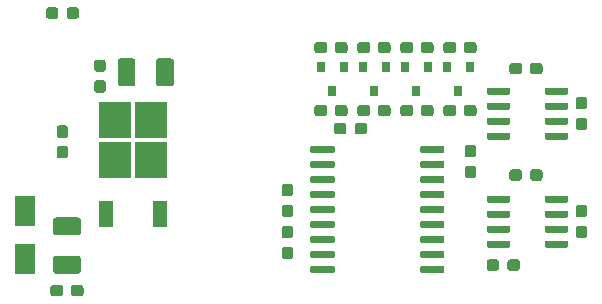
<source format=gtp>
%TF.GenerationSoftware,KiCad,Pcbnew,(5.1.5)-3*%
%TF.CreationDate,2021-02-13T19:55:16+01:00*%
%TF.ProjectId,PSACANBridgeHW_v11,50534156-616e-4436-916e-427269646765,rev?*%
%TF.SameCoordinates,Original*%
%TF.FileFunction,Paste,Top*%
%TF.FilePolarity,Positive*%
%FSLAX46Y46*%
G04 Gerber Fmt 4.6, Leading zero omitted, Abs format (unit mm)*
G04 Created by KiCad (PCBNEW (5.1.5)-3) date 2021-02-13 19:55:16*
%MOMM*%
%LPD*%
G04 APERTURE LIST*
%ADD10C,0.100000*%
%ADD11R,2.750000X3.050000*%
%ADD12R,1.200000X2.200000*%
%ADD13R,0.800000X0.900000*%
%ADD14R,1.800000X2.500000*%
G04 APERTURE END LIST*
D10*
G36*
X161695779Y-138337144D02*
G01*
X161718834Y-138340563D01*
X161741443Y-138346227D01*
X161763387Y-138354079D01*
X161784457Y-138364044D01*
X161804448Y-138376026D01*
X161823168Y-138389910D01*
X161840438Y-138405562D01*
X161856090Y-138422832D01*
X161869974Y-138441552D01*
X161881956Y-138461543D01*
X161891921Y-138482613D01*
X161899773Y-138504557D01*
X161905437Y-138527166D01*
X161908856Y-138550221D01*
X161910000Y-138573500D01*
X161910000Y-139048500D01*
X161908856Y-139071779D01*
X161905437Y-139094834D01*
X161899773Y-139117443D01*
X161891921Y-139139387D01*
X161881956Y-139160457D01*
X161869974Y-139180448D01*
X161856090Y-139199168D01*
X161840438Y-139216438D01*
X161823168Y-139232090D01*
X161804448Y-139245974D01*
X161784457Y-139257956D01*
X161763387Y-139267921D01*
X161741443Y-139275773D01*
X161718834Y-139281437D01*
X161695779Y-139284856D01*
X161672500Y-139286000D01*
X161097500Y-139286000D01*
X161074221Y-139284856D01*
X161051166Y-139281437D01*
X161028557Y-139275773D01*
X161006613Y-139267921D01*
X160985543Y-139257956D01*
X160965552Y-139245974D01*
X160946832Y-139232090D01*
X160929562Y-139216438D01*
X160913910Y-139199168D01*
X160900026Y-139180448D01*
X160888044Y-139160457D01*
X160878079Y-139139387D01*
X160870227Y-139117443D01*
X160864563Y-139094834D01*
X160861144Y-139071779D01*
X160860000Y-139048500D01*
X160860000Y-138573500D01*
X160861144Y-138550221D01*
X160864563Y-138527166D01*
X160870227Y-138504557D01*
X160878079Y-138482613D01*
X160888044Y-138461543D01*
X160900026Y-138441552D01*
X160913910Y-138422832D01*
X160929562Y-138405562D01*
X160946832Y-138389910D01*
X160965552Y-138376026D01*
X160985543Y-138364044D01*
X161006613Y-138354079D01*
X161028557Y-138346227D01*
X161051166Y-138340563D01*
X161074221Y-138337144D01*
X161097500Y-138336000D01*
X161672500Y-138336000D01*
X161695779Y-138337144D01*
G37*
G36*
X159945779Y-138337144D02*
G01*
X159968834Y-138340563D01*
X159991443Y-138346227D01*
X160013387Y-138354079D01*
X160034457Y-138364044D01*
X160054448Y-138376026D01*
X160073168Y-138389910D01*
X160090438Y-138405562D01*
X160106090Y-138422832D01*
X160119974Y-138441552D01*
X160131956Y-138461543D01*
X160141921Y-138482613D01*
X160149773Y-138504557D01*
X160155437Y-138527166D01*
X160158856Y-138550221D01*
X160160000Y-138573500D01*
X160160000Y-139048500D01*
X160158856Y-139071779D01*
X160155437Y-139094834D01*
X160149773Y-139117443D01*
X160141921Y-139139387D01*
X160131956Y-139160457D01*
X160119974Y-139180448D01*
X160106090Y-139199168D01*
X160090438Y-139216438D01*
X160073168Y-139232090D01*
X160054448Y-139245974D01*
X160034457Y-139257956D01*
X160013387Y-139267921D01*
X159991443Y-139275773D01*
X159968834Y-139281437D01*
X159945779Y-139284856D01*
X159922500Y-139286000D01*
X159347500Y-139286000D01*
X159324221Y-139284856D01*
X159301166Y-139281437D01*
X159278557Y-139275773D01*
X159256613Y-139267921D01*
X159235543Y-139257956D01*
X159215552Y-139245974D01*
X159196832Y-139232090D01*
X159179562Y-139216438D01*
X159163910Y-139199168D01*
X159150026Y-139180448D01*
X159138044Y-139160457D01*
X159128079Y-139139387D01*
X159120227Y-139117443D01*
X159114563Y-139094834D01*
X159111144Y-139071779D01*
X159110000Y-139048500D01*
X159110000Y-138573500D01*
X159111144Y-138550221D01*
X159114563Y-138527166D01*
X159120227Y-138504557D01*
X159128079Y-138482613D01*
X159138044Y-138461543D01*
X159150026Y-138441552D01*
X159163910Y-138422832D01*
X159179562Y-138405562D01*
X159196832Y-138389910D01*
X159215552Y-138376026D01*
X159235543Y-138364044D01*
X159256613Y-138354079D01*
X159278557Y-138346227D01*
X159301166Y-138340563D01*
X159324221Y-138337144D01*
X159347500Y-138336000D01*
X159922500Y-138336000D01*
X159945779Y-138337144D01*
G37*
G36*
X163618779Y-130717144D02*
G01*
X163641834Y-130720563D01*
X163664443Y-130726227D01*
X163686387Y-130734079D01*
X163707457Y-130744044D01*
X163727448Y-130756026D01*
X163746168Y-130769910D01*
X163763438Y-130785562D01*
X163779090Y-130802832D01*
X163792974Y-130821552D01*
X163804956Y-130841543D01*
X163814921Y-130862613D01*
X163822773Y-130884557D01*
X163828437Y-130907166D01*
X163831856Y-130930221D01*
X163833000Y-130953500D01*
X163833000Y-131428500D01*
X163831856Y-131451779D01*
X163828437Y-131474834D01*
X163822773Y-131497443D01*
X163814921Y-131519387D01*
X163804956Y-131540457D01*
X163792974Y-131560448D01*
X163779090Y-131579168D01*
X163763438Y-131596438D01*
X163746168Y-131612090D01*
X163727448Y-131625974D01*
X163707457Y-131637956D01*
X163686387Y-131647921D01*
X163664443Y-131655773D01*
X163641834Y-131661437D01*
X163618779Y-131664856D01*
X163595500Y-131666000D01*
X163020500Y-131666000D01*
X162997221Y-131664856D01*
X162974166Y-131661437D01*
X162951557Y-131655773D01*
X162929613Y-131647921D01*
X162908543Y-131637956D01*
X162888552Y-131625974D01*
X162869832Y-131612090D01*
X162852562Y-131596438D01*
X162836910Y-131579168D01*
X162823026Y-131560448D01*
X162811044Y-131540457D01*
X162801079Y-131519387D01*
X162793227Y-131497443D01*
X162787563Y-131474834D01*
X162784144Y-131451779D01*
X162783000Y-131428500D01*
X162783000Y-130953500D01*
X162784144Y-130930221D01*
X162787563Y-130907166D01*
X162793227Y-130884557D01*
X162801079Y-130862613D01*
X162811044Y-130841543D01*
X162823026Y-130821552D01*
X162836910Y-130802832D01*
X162852562Y-130785562D01*
X162869832Y-130769910D01*
X162888552Y-130756026D01*
X162908543Y-130744044D01*
X162929613Y-130734079D01*
X162951557Y-130726227D01*
X162974166Y-130720563D01*
X162997221Y-130717144D01*
X163020500Y-130716000D01*
X163595500Y-130716000D01*
X163618779Y-130717144D01*
G37*
G36*
X161868779Y-130717144D02*
G01*
X161891834Y-130720563D01*
X161914443Y-130726227D01*
X161936387Y-130734079D01*
X161957457Y-130744044D01*
X161977448Y-130756026D01*
X161996168Y-130769910D01*
X162013438Y-130785562D01*
X162029090Y-130802832D01*
X162042974Y-130821552D01*
X162054956Y-130841543D01*
X162064921Y-130862613D01*
X162072773Y-130884557D01*
X162078437Y-130907166D01*
X162081856Y-130930221D01*
X162083000Y-130953500D01*
X162083000Y-131428500D01*
X162081856Y-131451779D01*
X162078437Y-131474834D01*
X162072773Y-131497443D01*
X162064921Y-131519387D01*
X162054956Y-131540457D01*
X162042974Y-131560448D01*
X162029090Y-131579168D01*
X162013438Y-131596438D01*
X161996168Y-131612090D01*
X161977448Y-131625974D01*
X161957457Y-131637956D01*
X161936387Y-131647921D01*
X161914443Y-131655773D01*
X161891834Y-131661437D01*
X161868779Y-131664856D01*
X161845500Y-131666000D01*
X161270500Y-131666000D01*
X161247221Y-131664856D01*
X161224166Y-131661437D01*
X161201557Y-131655773D01*
X161179613Y-131647921D01*
X161158543Y-131637956D01*
X161138552Y-131625974D01*
X161119832Y-131612090D01*
X161102562Y-131596438D01*
X161086910Y-131579168D01*
X161073026Y-131560448D01*
X161061044Y-131540457D01*
X161051079Y-131519387D01*
X161043227Y-131497443D01*
X161037563Y-131474834D01*
X161034144Y-131451779D01*
X161033000Y-131428500D01*
X161033000Y-130953500D01*
X161034144Y-130930221D01*
X161037563Y-130907166D01*
X161043227Y-130884557D01*
X161051079Y-130862613D01*
X161061044Y-130841543D01*
X161073026Y-130821552D01*
X161086910Y-130802832D01*
X161102562Y-130785562D01*
X161119832Y-130769910D01*
X161138552Y-130756026D01*
X161158543Y-130744044D01*
X161179613Y-130734079D01*
X161201557Y-130726227D01*
X161224166Y-130720563D01*
X161247221Y-130717144D01*
X161270500Y-130716000D01*
X161845500Y-130716000D01*
X161868779Y-130717144D01*
G37*
G36*
X155399703Y-128732722D02*
G01*
X155414264Y-128734882D01*
X155428543Y-128738459D01*
X155442403Y-128743418D01*
X155455710Y-128749712D01*
X155468336Y-128757280D01*
X155480159Y-128766048D01*
X155491066Y-128775934D01*
X155500952Y-128786841D01*
X155509720Y-128798664D01*
X155517288Y-128811290D01*
X155523582Y-128824597D01*
X155528541Y-128838457D01*
X155532118Y-128852736D01*
X155534278Y-128867297D01*
X155535000Y-128882000D01*
X155535000Y-129182000D01*
X155534278Y-129196703D01*
X155532118Y-129211264D01*
X155528541Y-129225543D01*
X155523582Y-129239403D01*
X155517288Y-129252710D01*
X155509720Y-129265336D01*
X155500952Y-129277159D01*
X155491066Y-129288066D01*
X155480159Y-129297952D01*
X155468336Y-129306720D01*
X155455710Y-129314288D01*
X155442403Y-129320582D01*
X155428543Y-129325541D01*
X155414264Y-129329118D01*
X155399703Y-129331278D01*
X155385000Y-129332000D01*
X153635000Y-129332000D01*
X153620297Y-129331278D01*
X153605736Y-129329118D01*
X153591457Y-129325541D01*
X153577597Y-129320582D01*
X153564290Y-129314288D01*
X153551664Y-129306720D01*
X153539841Y-129297952D01*
X153528934Y-129288066D01*
X153519048Y-129277159D01*
X153510280Y-129265336D01*
X153502712Y-129252710D01*
X153496418Y-129239403D01*
X153491459Y-129225543D01*
X153487882Y-129211264D01*
X153485722Y-129196703D01*
X153485000Y-129182000D01*
X153485000Y-128882000D01*
X153485722Y-128867297D01*
X153487882Y-128852736D01*
X153491459Y-128838457D01*
X153496418Y-128824597D01*
X153502712Y-128811290D01*
X153510280Y-128798664D01*
X153519048Y-128786841D01*
X153528934Y-128775934D01*
X153539841Y-128766048D01*
X153551664Y-128757280D01*
X153564290Y-128749712D01*
X153577597Y-128743418D01*
X153591457Y-128738459D01*
X153605736Y-128734882D01*
X153620297Y-128732722D01*
X153635000Y-128732000D01*
X155385000Y-128732000D01*
X155399703Y-128732722D01*
G37*
G36*
X155399703Y-130002722D02*
G01*
X155414264Y-130004882D01*
X155428543Y-130008459D01*
X155442403Y-130013418D01*
X155455710Y-130019712D01*
X155468336Y-130027280D01*
X155480159Y-130036048D01*
X155491066Y-130045934D01*
X155500952Y-130056841D01*
X155509720Y-130068664D01*
X155517288Y-130081290D01*
X155523582Y-130094597D01*
X155528541Y-130108457D01*
X155532118Y-130122736D01*
X155534278Y-130137297D01*
X155535000Y-130152000D01*
X155535000Y-130452000D01*
X155534278Y-130466703D01*
X155532118Y-130481264D01*
X155528541Y-130495543D01*
X155523582Y-130509403D01*
X155517288Y-130522710D01*
X155509720Y-130535336D01*
X155500952Y-130547159D01*
X155491066Y-130558066D01*
X155480159Y-130567952D01*
X155468336Y-130576720D01*
X155455710Y-130584288D01*
X155442403Y-130590582D01*
X155428543Y-130595541D01*
X155414264Y-130599118D01*
X155399703Y-130601278D01*
X155385000Y-130602000D01*
X153635000Y-130602000D01*
X153620297Y-130601278D01*
X153605736Y-130599118D01*
X153591457Y-130595541D01*
X153577597Y-130590582D01*
X153564290Y-130584288D01*
X153551664Y-130576720D01*
X153539841Y-130567952D01*
X153528934Y-130558066D01*
X153519048Y-130547159D01*
X153510280Y-130535336D01*
X153502712Y-130522710D01*
X153496418Y-130509403D01*
X153491459Y-130495543D01*
X153487882Y-130481264D01*
X153485722Y-130466703D01*
X153485000Y-130452000D01*
X153485000Y-130152000D01*
X153485722Y-130137297D01*
X153487882Y-130122736D01*
X153491459Y-130108457D01*
X153496418Y-130094597D01*
X153502712Y-130081290D01*
X153510280Y-130068664D01*
X153519048Y-130056841D01*
X153528934Y-130045934D01*
X153539841Y-130036048D01*
X153551664Y-130027280D01*
X153564290Y-130019712D01*
X153577597Y-130013418D01*
X153591457Y-130008459D01*
X153605736Y-130004882D01*
X153620297Y-130002722D01*
X153635000Y-130002000D01*
X155385000Y-130002000D01*
X155399703Y-130002722D01*
G37*
G36*
X155399703Y-131272722D02*
G01*
X155414264Y-131274882D01*
X155428543Y-131278459D01*
X155442403Y-131283418D01*
X155455710Y-131289712D01*
X155468336Y-131297280D01*
X155480159Y-131306048D01*
X155491066Y-131315934D01*
X155500952Y-131326841D01*
X155509720Y-131338664D01*
X155517288Y-131351290D01*
X155523582Y-131364597D01*
X155528541Y-131378457D01*
X155532118Y-131392736D01*
X155534278Y-131407297D01*
X155535000Y-131422000D01*
X155535000Y-131722000D01*
X155534278Y-131736703D01*
X155532118Y-131751264D01*
X155528541Y-131765543D01*
X155523582Y-131779403D01*
X155517288Y-131792710D01*
X155509720Y-131805336D01*
X155500952Y-131817159D01*
X155491066Y-131828066D01*
X155480159Y-131837952D01*
X155468336Y-131846720D01*
X155455710Y-131854288D01*
X155442403Y-131860582D01*
X155428543Y-131865541D01*
X155414264Y-131869118D01*
X155399703Y-131871278D01*
X155385000Y-131872000D01*
X153635000Y-131872000D01*
X153620297Y-131871278D01*
X153605736Y-131869118D01*
X153591457Y-131865541D01*
X153577597Y-131860582D01*
X153564290Y-131854288D01*
X153551664Y-131846720D01*
X153539841Y-131837952D01*
X153528934Y-131828066D01*
X153519048Y-131817159D01*
X153510280Y-131805336D01*
X153502712Y-131792710D01*
X153496418Y-131779403D01*
X153491459Y-131765543D01*
X153487882Y-131751264D01*
X153485722Y-131736703D01*
X153485000Y-131722000D01*
X153485000Y-131422000D01*
X153485722Y-131407297D01*
X153487882Y-131392736D01*
X153491459Y-131378457D01*
X153496418Y-131364597D01*
X153502712Y-131351290D01*
X153510280Y-131338664D01*
X153519048Y-131326841D01*
X153528934Y-131315934D01*
X153539841Y-131306048D01*
X153551664Y-131297280D01*
X153564290Y-131289712D01*
X153577597Y-131283418D01*
X153591457Y-131278459D01*
X153605736Y-131274882D01*
X153620297Y-131272722D01*
X153635000Y-131272000D01*
X155385000Y-131272000D01*
X155399703Y-131272722D01*
G37*
G36*
X155399703Y-132542722D02*
G01*
X155414264Y-132544882D01*
X155428543Y-132548459D01*
X155442403Y-132553418D01*
X155455710Y-132559712D01*
X155468336Y-132567280D01*
X155480159Y-132576048D01*
X155491066Y-132585934D01*
X155500952Y-132596841D01*
X155509720Y-132608664D01*
X155517288Y-132621290D01*
X155523582Y-132634597D01*
X155528541Y-132648457D01*
X155532118Y-132662736D01*
X155534278Y-132677297D01*
X155535000Y-132692000D01*
X155535000Y-132992000D01*
X155534278Y-133006703D01*
X155532118Y-133021264D01*
X155528541Y-133035543D01*
X155523582Y-133049403D01*
X155517288Y-133062710D01*
X155509720Y-133075336D01*
X155500952Y-133087159D01*
X155491066Y-133098066D01*
X155480159Y-133107952D01*
X155468336Y-133116720D01*
X155455710Y-133124288D01*
X155442403Y-133130582D01*
X155428543Y-133135541D01*
X155414264Y-133139118D01*
X155399703Y-133141278D01*
X155385000Y-133142000D01*
X153635000Y-133142000D01*
X153620297Y-133141278D01*
X153605736Y-133139118D01*
X153591457Y-133135541D01*
X153577597Y-133130582D01*
X153564290Y-133124288D01*
X153551664Y-133116720D01*
X153539841Y-133107952D01*
X153528934Y-133098066D01*
X153519048Y-133087159D01*
X153510280Y-133075336D01*
X153502712Y-133062710D01*
X153496418Y-133049403D01*
X153491459Y-133035543D01*
X153487882Y-133021264D01*
X153485722Y-133006703D01*
X153485000Y-132992000D01*
X153485000Y-132692000D01*
X153485722Y-132677297D01*
X153487882Y-132662736D01*
X153491459Y-132648457D01*
X153496418Y-132634597D01*
X153502712Y-132621290D01*
X153510280Y-132608664D01*
X153519048Y-132596841D01*
X153528934Y-132585934D01*
X153539841Y-132576048D01*
X153551664Y-132567280D01*
X153564290Y-132559712D01*
X153577597Y-132553418D01*
X153591457Y-132548459D01*
X153605736Y-132544882D01*
X153620297Y-132542722D01*
X153635000Y-132542000D01*
X155385000Y-132542000D01*
X155399703Y-132542722D01*
G37*
G36*
X155399703Y-133812722D02*
G01*
X155414264Y-133814882D01*
X155428543Y-133818459D01*
X155442403Y-133823418D01*
X155455710Y-133829712D01*
X155468336Y-133837280D01*
X155480159Y-133846048D01*
X155491066Y-133855934D01*
X155500952Y-133866841D01*
X155509720Y-133878664D01*
X155517288Y-133891290D01*
X155523582Y-133904597D01*
X155528541Y-133918457D01*
X155532118Y-133932736D01*
X155534278Y-133947297D01*
X155535000Y-133962000D01*
X155535000Y-134262000D01*
X155534278Y-134276703D01*
X155532118Y-134291264D01*
X155528541Y-134305543D01*
X155523582Y-134319403D01*
X155517288Y-134332710D01*
X155509720Y-134345336D01*
X155500952Y-134357159D01*
X155491066Y-134368066D01*
X155480159Y-134377952D01*
X155468336Y-134386720D01*
X155455710Y-134394288D01*
X155442403Y-134400582D01*
X155428543Y-134405541D01*
X155414264Y-134409118D01*
X155399703Y-134411278D01*
X155385000Y-134412000D01*
X153635000Y-134412000D01*
X153620297Y-134411278D01*
X153605736Y-134409118D01*
X153591457Y-134405541D01*
X153577597Y-134400582D01*
X153564290Y-134394288D01*
X153551664Y-134386720D01*
X153539841Y-134377952D01*
X153528934Y-134368066D01*
X153519048Y-134357159D01*
X153510280Y-134345336D01*
X153502712Y-134332710D01*
X153496418Y-134319403D01*
X153491459Y-134305543D01*
X153487882Y-134291264D01*
X153485722Y-134276703D01*
X153485000Y-134262000D01*
X153485000Y-133962000D01*
X153485722Y-133947297D01*
X153487882Y-133932736D01*
X153491459Y-133918457D01*
X153496418Y-133904597D01*
X153502712Y-133891290D01*
X153510280Y-133878664D01*
X153519048Y-133866841D01*
X153528934Y-133855934D01*
X153539841Y-133846048D01*
X153551664Y-133837280D01*
X153564290Y-133829712D01*
X153577597Y-133823418D01*
X153591457Y-133818459D01*
X153605736Y-133814882D01*
X153620297Y-133812722D01*
X153635000Y-133812000D01*
X155385000Y-133812000D01*
X155399703Y-133812722D01*
G37*
G36*
X155399703Y-135082722D02*
G01*
X155414264Y-135084882D01*
X155428543Y-135088459D01*
X155442403Y-135093418D01*
X155455710Y-135099712D01*
X155468336Y-135107280D01*
X155480159Y-135116048D01*
X155491066Y-135125934D01*
X155500952Y-135136841D01*
X155509720Y-135148664D01*
X155517288Y-135161290D01*
X155523582Y-135174597D01*
X155528541Y-135188457D01*
X155532118Y-135202736D01*
X155534278Y-135217297D01*
X155535000Y-135232000D01*
X155535000Y-135532000D01*
X155534278Y-135546703D01*
X155532118Y-135561264D01*
X155528541Y-135575543D01*
X155523582Y-135589403D01*
X155517288Y-135602710D01*
X155509720Y-135615336D01*
X155500952Y-135627159D01*
X155491066Y-135638066D01*
X155480159Y-135647952D01*
X155468336Y-135656720D01*
X155455710Y-135664288D01*
X155442403Y-135670582D01*
X155428543Y-135675541D01*
X155414264Y-135679118D01*
X155399703Y-135681278D01*
X155385000Y-135682000D01*
X153635000Y-135682000D01*
X153620297Y-135681278D01*
X153605736Y-135679118D01*
X153591457Y-135675541D01*
X153577597Y-135670582D01*
X153564290Y-135664288D01*
X153551664Y-135656720D01*
X153539841Y-135647952D01*
X153528934Y-135638066D01*
X153519048Y-135627159D01*
X153510280Y-135615336D01*
X153502712Y-135602710D01*
X153496418Y-135589403D01*
X153491459Y-135575543D01*
X153487882Y-135561264D01*
X153485722Y-135546703D01*
X153485000Y-135532000D01*
X153485000Y-135232000D01*
X153485722Y-135217297D01*
X153487882Y-135202736D01*
X153491459Y-135188457D01*
X153496418Y-135174597D01*
X153502712Y-135161290D01*
X153510280Y-135148664D01*
X153519048Y-135136841D01*
X153528934Y-135125934D01*
X153539841Y-135116048D01*
X153551664Y-135107280D01*
X153564290Y-135099712D01*
X153577597Y-135093418D01*
X153591457Y-135088459D01*
X153605736Y-135084882D01*
X153620297Y-135082722D01*
X153635000Y-135082000D01*
X155385000Y-135082000D01*
X155399703Y-135082722D01*
G37*
G36*
X155399703Y-136352722D02*
G01*
X155414264Y-136354882D01*
X155428543Y-136358459D01*
X155442403Y-136363418D01*
X155455710Y-136369712D01*
X155468336Y-136377280D01*
X155480159Y-136386048D01*
X155491066Y-136395934D01*
X155500952Y-136406841D01*
X155509720Y-136418664D01*
X155517288Y-136431290D01*
X155523582Y-136444597D01*
X155528541Y-136458457D01*
X155532118Y-136472736D01*
X155534278Y-136487297D01*
X155535000Y-136502000D01*
X155535000Y-136802000D01*
X155534278Y-136816703D01*
X155532118Y-136831264D01*
X155528541Y-136845543D01*
X155523582Y-136859403D01*
X155517288Y-136872710D01*
X155509720Y-136885336D01*
X155500952Y-136897159D01*
X155491066Y-136908066D01*
X155480159Y-136917952D01*
X155468336Y-136926720D01*
X155455710Y-136934288D01*
X155442403Y-136940582D01*
X155428543Y-136945541D01*
X155414264Y-136949118D01*
X155399703Y-136951278D01*
X155385000Y-136952000D01*
X153635000Y-136952000D01*
X153620297Y-136951278D01*
X153605736Y-136949118D01*
X153591457Y-136945541D01*
X153577597Y-136940582D01*
X153564290Y-136934288D01*
X153551664Y-136926720D01*
X153539841Y-136917952D01*
X153528934Y-136908066D01*
X153519048Y-136897159D01*
X153510280Y-136885336D01*
X153502712Y-136872710D01*
X153496418Y-136859403D01*
X153491459Y-136845543D01*
X153487882Y-136831264D01*
X153485722Y-136816703D01*
X153485000Y-136802000D01*
X153485000Y-136502000D01*
X153485722Y-136487297D01*
X153487882Y-136472736D01*
X153491459Y-136458457D01*
X153496418Y-136444597D01*
X153502712Y-136431290D01*
X153510280Y-136418664D01*
X153519048Y-136406841D01*
X153528934Y-136395934D01*
X153539841Y-136386048D01*
X153551664Y-136377280D01*
X153564290Y-136369712D01*
X153577597Y-136363418D01*
X153591457Y-136358459D01*
X153605736Y-136354882D01*
X153620297Y-136352722D01*
X153635000Y-136352000D01*
X155385000Y-136352000D01*
X155399703Y-136352722D01*
G37*
G36*
X155399703Y-137622722D02*
G01*
X155414264Y-137624882D01*
X155428543Y-137628459D01*
X155442403Y-137633418D01*
X155455710Y-137639712D01*
X155468336Y-137647280D01*
X155480159Y-137656048D01*
X155491066Y-137665934D01*
X155500952Y-137676841D01*
X155509720Y-137688664D01*
X155517288Y-137701290D01*
X155523582Y-137714597D01*
X155528541Y-137728457D01*
X155532118Y-137742736D01*
X155534278Y-137757297D01*
X155535000Y-137772000D01*
X155535000Y-138072000D01*
X155534278Y-138086703D01*
X155532118Y-138101264D01*
X155528541Y-138115543D01*
X155523582Y-138129403D01*
X155517288Y-138142710D01*
X155509720Y-138155336D01*
X155500952Y-138167159D01*
X155491066Y-138178066D01*
X155480159Y-138187952D01*
X155468336Y-138196720D01*
X155455710Y-138204288D01*
X155442403Y-138210582D01*
X155428543Y-138215541D01*
X155414264Y-138219118D01*
X155399703Y-138221278D01*
X155385000Y-138222000D01*
X153635000Y-138222000D01*
X153620297Y-138221278D01*
X153605736Y-138219118D01*
X153591457Y-138215541D01*
X153577597Y-138210582D01*
X153564290Y-138204288D01*
X153551664Y-138196720D01*
X153539841Y-138187952D01*
X153528934Y-138178066D01*
X153519048Y-138167159D01*
X153510280Y-138155336D01*
X153502712Y-138142710D01*
X153496418Y-138129403D01*
X153491459Y-138115543D01*
X153487882Y-138101264D01*
X153485722Y-138086703D01*
X153485000Y-138072000D01*
X153485000Y-137772000D01*
X153485722Y-137757297D01*
X153487882Y-137742736D01*
X153491459Y-137728457D01*
X153496418Y-137714597D01*
X153502712Y-137701290D01*
X153510280Y-137688664D01*
X153519048Y-137676841D01*
X153528934Y-137665934D01*
X153539841Y-137656048D01*
X153551664Y-137647280D01*
X153564290Y-137639712D01*
X153577597Y-137633418D01*
X153591457Y-137628459D01*
X153605736Y-137624882D01*
X153620297Y-137622722D01*
X153635000Y-137622000D01*
X155385000Y-137622000D01*
X155399703Y-137622722D01*
G37*
G36*
X155399703Y-138892722D02*
G01*
X155414264Y-138894882D01*
X155428543Y-138898459D01*
X155442403Y-138903418D01*
X155455710Y-138909712D01*
X155468336Y-138917280D01*
X155480159Y-138926048D01*
X155491066Y-138935934D01*
X155500952Y-138946841D01*
X155509720Y-138958664D01*
X155517288Y-138971290D01*
X155523582Y-138984597D01*
X155528541Y-138998457D01*
X155532118Y-139012736D01*
X155534278Y-139027297D01*
X155535000Y-139042000D01*
X155535000Y-139342000D01*
X155534278Y-139356703D01*
X155532118Y-139371264D01*
X155528541Y-139385543D01*
X155523582Y-139399403D01*
X155517288Y-139412710D01*
X155509720Y-139425336D01*
X155500952Y-139437159D01*
X155491066Y-139448066D01*
X155480159Y-139457952D01*
X155468336Y-139466720D01*
X155455710Y-139474288D01*
X155442403Y-139480582D01*
X155428543Y-139485541D01*
X155414264Y-139489118D01*
X155399703Y-139491278D01*
X155385000Y-139492000D01*
X153635000Y-139492000D01*
X153620297Y-139491278D01*
X153605736Y-139489118D01*
X153591457Y-139485541D01*
X153577597Y-139480582D01*
X153564290Y-139474288D01*
X153551664Y-139466720D01*
X153539841Y-139457952D01*
X153528934Y-139448066D01*
X153519048Y-139437159D01*
X153510280Y-139425336D01*
X153502712Y-139412710D01*
X153496418Y-139399403D01*
X153491459Y-139385543D01*
X153487882Y-139371264D01*
X153485722Y-139356703D01*
X153485000Y-139342000D01*
X153485000Y-139042000D01*
X153485722Y-139027297D01*
X153487882Y-139012736D01*
X153491459Y-138998457D01*
X153496418Y-138984597D01*
X153502712Y-138971290D01*
X153510280Y-138958664D01*
X153519048Y-138946841D01*
X153528934Y-138935934D01*
X153539841Y-138926048D01*
X153551664Y-138917280D01*
X153564290Y-138909712D01*
X153577597Y-138903418D01*
X153591457Y-138898459D01*
X153605736Y-138894882D01*
X153620297Y-138892722D01*
X153635000Y-138892000D01*
X155385000Y-138892000D01*
X155399703Y-138892722D01*
G37*
G36*
X146099703Y-138892722D02*
G01*
X146114264Y-138894882D01*
X146128543Y-138898459D01*
X146142403Y-138903418D01*
X146155710Y-138909712D01*
X146168336Y-138917280D01*
X146180159Y-138926048D01*
X146191066Y-138935934D01*
X146200952Y-138946841D01*
X146209720Y-138958664D01*
X146217288Y-138971290D01*
X146223582Y-138984597D01*
X146228541Y-138998457D01*
X146232118Y-139012736D01*
X146234278Y-139027297D01*
X146235000Y-139042000D01*
X146235000Y-139342000D01*
X146234278Y-139356703D01*
X146232118Y-139371264D01*
X146228541Y-139385543D01*
X146223582Y-139399403D01*
X146217288Y-139412710D01*
X146209720Y-139425336D01*
X146200952Y-139437159D01*
X146191066Y-139448066D01*
X146180159Y-139457952D01*
X146168336Y-139466720D01*
X146155710Y-139474288D01*
X146142403Y-139480582D01*
X146128543Y-139485541D01*
X146114264Y-139489118D01*
X146099703Y-139491278D01*
X146085000Y-139492000D01*
X144335000Y-139492000D01*
X144320297Y-139491278D01*
X144305736Y-139489118D01*
X144291457Y-139485541D01*
X144277597Y-139480582D01*
X144264290Y-139474288D01*
X144251664Y-139466720D01*
X144239841Y-139457952D01*
X144228934Y-139448066D01*
X144219048Y-139437159D01*
X144210280Y-139425336D01*
X144202712Y-139412710D01*
X144196418Y-139399403D01*
X144191459Y-139385543D01*
X144187882Y-139371264D01*
X144185722Y-139356703D01*
X144185000Y-139342000D01*
X144185000Y-139042000D01*
X144185722Y-139027297D01*
X144187882Y-139012736D01*
X144191459Y-138998457D01*
X144196418Y-138984597D01*
X144202712Y-138971290D01*
X144210280Y-138958664D01*
X144219048Y-138946841D01*
X144228934Y-138935934D01*
X144239841Y-138926048D01*
X144251664Y-138917280D01*
X144264290Y-138909712D01*
X144277597Y-138903418D01*
X144291457Y-138898459D01*
X144305736Y-138894882D01*
X144320297Y-138892722D01*
X144335000Y-138892000D01*
X146085000Y-138892000D01*
X146099703Y-138892722D01*
G37*
G36*
X146099703Y-137622722D02*
G01*
X146114264Y-137624882D01*
X146128543Y-137628459D01*
X146142403Y-137633418D01*
X146155710Y-137639712D01*
X146168336Y-137647280D01*
X146180159Y-137656048D01*
X146191066Y-137665934D01*
X146200952Y-137676841D01*
X146209720Y-137688664D01*
X146217288Y-137701290D01*
X146223582Y-137714597D01*
X146228541Y-137728457D01*
X146232118Y-137742736D01*
X146234278Y-137757297D01*
X146235000Y-137772000D01*
X146235000Y-138072000D01*
X146234278Y-138086703D01*
X146232118Y-138101264D01*
X146228541Y-138115543D01*
X146223582Y-138129403D01*
X146217288Y-138142710D01*
X146209720Y-138155336D01*
X146200952Y-138167159D01*
X146191066Y-138178066D01*
X146180159Y-138187952D01*
X146168336Y-138196720D01*
X146155710Y-138204288D01*
X146142403Y-138210582D01*
X146128543Y-138215541D01*
X146114264Y-138219118D01*
X146099703Y-138221278D01*
X146085000Y-138222000D01*
X144335000Y-138222000D01*
X144320297Y-138221278D01*
X144305736Y-138219118D01*
X144291457Y-138215541D01*
X144277597Y-138210582D01*
X144264290Y-138204288D01*
X144251664Y-138196720D01*
X144239841Y-138187952D01*
X144228934Y-138178066D01*
X144219048Y-138167159D01*
X144210280Y-138155336D01*
X144202712Y-138142710D01*
X144196418Y-138129403D01*
X144191459Y-138115543D01*
X144187882Y-138101264D01*
X144185722Y-138086703D01*
X144185000Y-138072000D01*
X144185000Y-137772000D01*
X144185722Y-137757297D01*
X144187882Y-137742736D01*
X144191459Y-137728457D01*
X144196418Y-137714597D01*
X144202712Y-137701290D01*
X144210280Y-137688664D01*
X144219048Y-137676841D01*
X144228934Y-137665934D01*
X144239841Y-137656048D01*
X144251664Y-137647280D01*
X144264290Y-137639712D01*
X144277597Y-137633418D01*
X144291457Y-137628459D01*
X144305736Y-137624882D01*
X144320297Y-137622722D01*
X144335000Y-137622000D01*
X146085000Y-137622000D01*
X146099703Y-137622722D01*
G37*
G36*
X146099703Y-136352722D02*
G01*
X146114264Y-136354882D01*
X146128543Y-136358459D01*
X146142403Y-136363418D01*
X146155710Y-136369712D01*
X146168336Y-136377280D01*
X146180159Y-136386048D01*
X146191066Y-136395934D01*
X146200952Y-136406841D01*
X146209720Y-136418664D01*
X146217288Y-136431290D01*
X146223582Y-136444597D01*
X146228541Y-136458457D01*
X146232118Y-136472736D01*
X146234278Y-136487297D01*
X146235000Y-136502000D01*
X146235000Y-136802000D01*
X146234278Y-136816703D01*
X146232118Y-136831264D01*
X146228541Y-136845543D01*
X146223582Y-136859403D01*
X146217288Y-136872710D01*
X146209720Y-136885336D01*
X146200952Y-136897159D01*
X146191066Y-136908066D01*
X146180159Y-136917952D01*
X146168336Y-136926720D01*
X146155710Y-136934288D01*
X146142403Y-136940582D01*
X146128543Y-136945541D01*
X146114264Y-136949118D01*
X146099703Y-136951278D01*
X146085000Y-136952000D01*
X144335000Y-136952000D01*
X144320297Y-136951278D01*
X144305736Y-136949118D01*
X144291457Y-136945541D01*
X144277597Y-136940582D01*
X144264290Y-136934288D01*
X144251664Y-136926720D01*
X144239841Y-136917952D01*
X144228934Y-136908066D01*
X144219048Y-136897159D01*
X144210280Y-136885336D01*
X144202712Y-136872710D01*
X144196418Y-136859403D01*
X144191459Y-136845543D01*
X144187882Y-136831264D01*
X144185722Y-136816703D01*
X144185000Y-136802000D01*
X144185000Y-136502000D01*
X144185722Y-136487297D01*
X144187882Y-136472736D01*
X144191459Y-136458457D01*
X144196418Y-136444597D01*
X144202712Y-136431290D01*
X144210280Y-136418664D01*
X144219048Y-136406841D01*
X144228934Y-136395934D01*
X144239841Y-136386048D01*
X144251664Y-136377280D01*
X144264290Y-136369712D01*
X144277597Y-136363418D01*
X144291457Y-136358459D01*
X144305736Y-136354882D01*
X144320297Y-136352722D01*
X144335000Y-136352000D01*
X146085000Y-136352000D01*
X146099703Y-136352722D01*
G37*
G36*
X146099703Y-135082722D02*
G01*
X146114264Y-135084882D01*
X146128543Y-135088459D01*
X146142403Y-135093418D01*
X146155710Y-135099712D01*
X146168336Y-135107280D01*
X146180159Y-135116048D01*
X146191066Y-135125934D01*
X146200952Y-135136841D01*
X146209720Y-135148664D01*
X146217288Y-135161290D01*
X146223582Y-135174597D01*
X146228541Y-135188457D01*
X146232118Y-135202736D01*
X146234278Y-135217297D01*
X146235000Y-135232000D01*
X146235000Y-135532000D01*
X146234278Y-135546703D01*
X146232118Y-135561264D01*
X146228541Y-135575543D01*
X146223582Y-135589403D01*
X146217288Y-135602710D01*
X146209720Y-135615336D01*
X146200952Y-135627159D01*
X146191066Y-135638066D01*
X146180159Y-135647952D01*
X146168336Y-135656720D01*
X146155710Y-135664288D01*
X146142403Y-135670582D01*
X146128543Y-135675541D01*
X146114264Y-135679118D01*
X146099703Y-135681278D01*
X146085000Y-135682000D01*
X144335000Y-135682000D01*
X144320297Y-135681278D01*
X144305736Y-135679118D01*
X144291457Y-135675541D01*
X144277597Y-135670582D01*
X144264290Y-135664288D01*
X144251664Y-135656720D01*
X144239841Y-135647952D01*
X144228934Y-135638066D01*
X144219048Y-135627159D01*
X144210280Y-135615336D01*
X144202712Y-135602710D01*
X144196418Y-135589403D01*
X144191459Y-135575543D01*
X144187882Y-135561264D01*
X144185722Y-135546703D01*
X144185000Y-135532000D01*
X144185000Y-135232000D01*
X144185722Y-135217297D01*
X144187882Y-135202736D01*
X144191459Y-135188457D01*
X144196418Y-135174597D01*
X144202712Y-135161290D01*
X144210280Y-135148664D01*
X144219048Y-135136841D01*
X144228934Y-135125934D01*
X144239841Y-135116048D01*
X144251664Y-135107280D01*
X144264290Y-135099712D01*
X144277597Y-135093418D01*
X144291457Y-135088459D01*
X144305736Y-135084882D01*
X144320297Y-135082722D01*
X144335000Y-135082000D01*
X146085000Y-135082000D01*
X146099703Y-135082722D01*
G37*
G36*
X146099703Y-133812722D02*
G01*
X146114264Y-133814882D01*
X146128543Y-133818459D01*
X146142403Y-133823418D01*
X146155710Y-133829712D01*
X146168336Y-133837280D01*
X146180159Y-133846048D01*
X146191066Y-133855934D01*
X146200952Y-133866841D01*
X146209720Y-133878664D01*
X146217288Y-133891290D01*
X146223582Y-133904597D01*
X146228541Y-133918457D01*
X146232118Y-133932736D01*
X146234278Y-133947297D01*
X146235000Y-133962000D01*
X146235000Y-134262000D01*
X146234278Y-134276703D01*
X146232118Y-134291264D01*
X146228541Y-134305543D01*
X146223582Y-134319403D01*
X146217288Y-134332710D01*
X146209720Y-134345336D01*
X146200952Y-134357159D01*
X146191066Y-134368066D01*
X146180159Y-134377952D01*
X146168336Y-134386720D01*
X146155710Y-134394288D01*
X146142403Y-134400582D01*
X146128543Y-134405541D01*
X146114264Y-134409118D01*
X146099703Y-134411278D01*
X146085000Y-134412000D01*
X144335000Y-134412000D01*
X144320297Y-134411278D01*
X144305736Y-134409118D01*
X144291457Y-134405541D01*
X144277597Y-134400582D01*
X144264290Y-134394288D01*
X144251664Y-134386720D01*
X144239841Y-134377952D01*
X144228934Y-134368066D01*
X144219048Y-134357159D01*
X144210280Y-134345336D01*
X144202712Y-134332710D01*
X144196418Y-134319403D01*
X144191459Y-134305543D01*
X144187882Y-134291264D01*
X144185722Y-134276703D01*
X144185000Y-134262000D01*
X144185000Y-133962000D01*
X144185722Y-133947297D01*
X144187882Y-133932736D01*
X144191459Y-133918457D01*
X144196418Y-133904597D01*
X144202712Y-133891290D01*
X144210280Y-133878664D01*
X144219048Y-133866841D01*
X144228934Y-133855934D01*
X144239841Y-133846048D01*
X144251664Y-133837280D01*
X144264290Y-133829712D01*
X144277597Y-133823418D01*
X144291457Y-133818459D01*
X144305736Y-133814882D01*
X144320297Y-133812722D01*
X144335000Y-133812000D01*
X146085000Y-133812000D01*
X146099703Y-133812722D01*
G37*
G36*
X146099703Y-132542722D02*
G01*
X146114264Y-132544882D01*
X146128543Y-132548459D01*
X146142403Y-132553418D01*
X146155710Y-132559712D01*
X146168336Y-132567280D01*
X146180159Y-132576048D01*
X146191066Y-132585934D01*
X146200952Y-132596841D01*
X146209720Y-132608664D01*
X146217288Y-132621290D01*
X146223582Y-132634597D01*
X146228541Y-132648457D01*
X146232118Y-132662736D01*
X146234278Y-132677297D01*
X146235000Y-132692000D01*
X146235000Y-132992000D01*
X146234278Y-133006703D01*
X146232118Y-133021264D01*
X146228541Y-133035543D01*
X146223582Y-133049403D01*
X146217288Y-133062710D01*
X146209720Y-133075336D01*
X146200952Y-133087159D01*
X146191066Y-133098066D01*
X146180159Y-133107952D01*
X146168336Y-133116720D01*
X146155710Y-133124288D01*
X146142403Y-133130582D01*
X146128543Y-133135541D01*
X146114264Y-133139118D01*
X146099703Y-133141278D01*
X146085000Y-133142000D01*
X144335000Y-133142000D01*
X144320297Y-133141278D01*
X144305736Y-133139118D01*
X144291457Y-133135541D01*
X144277597Y-133130582D01*
X144264290Y-133124288D01*
X144251664Y-133116720D01*
X144239841Y-133107952D01*
X144228934Y-133098066D01*
X144219048Y-133087159D01*
X144210280Y-133075336D01*
X144202712Y-133062710D01*
X144196418Y-133049403D01*
X144191459Y-133035543D01*
X144187882Y-133021264D01*
X144185722Y-133006703D01*
X144185000Y-132992000D01*
X144185000Y-132692000D01*
X144185722Y-132677297D01*
X144187882Y-132662736D01*
X144191459Y-132648457D01*
X144196418Y-132634597D01*
X144202712Y-132621290D01*
X144210280Y-132608664D01*
X144219048Y-132596841D01*
X144228934Y-132585934D01*
X144239841Y-132576048D01*
X144251664Y-132567280D01*
X144264290Y-132559712D01*
X144277597Y-132553418D01*
X144291457Y-132548459D01*
X144305736Y-132544882D01*
X144320297Y-132542722D01*
X144335000Y-132542000D01*
X146085000Y-132542000D01*
X146099703Y-132542722D01*
G37*
G36*
X146099703Y-131272722D02*
G01*
X146114264Y-131274882D01*
X146128543Y-131278459D01*
X146142403Y-131283418D01*
X146155710Y-131289712D01*
X146168336Y-131297280D01*
X146180159Y-131306048D01*
X146191066Y-131315934D01*
X146200952Y-131326841D01*
X146209720Y-131338664D01*
X146217288Y-131351290D01*
X146223582Y-131364597D01*
X146228541Y-131378457D01*
X146232118Y-131392736D01*
X146234278Y-131407297D01*
X146235000Y-131422000D01*
X146235000Y-131722000D01*
X146234278Y-131736703D01*
X146232118Y-131751264D01*
X146228541Y-131765543D01*
X146223582Y-131779403D01*
X146217288Y-131792710D01*
X146209720Y-131805336D01*
X146200952Y-131817159D01*
X146191066Y-131828066D01*
X146180159Y-131837952D01*
X146168336Y-131846720D01*
X146155710Y-131854288D01*
X146142403Y-131860582D01*
X146128543Y-131865541D01*
X146114264Y-131869118D01*
X146099703Y-131871278D01*
X146085000Y-131872000D01*
X144335000Y-131872000D01*
X144320297Y-131871278D01*
X144305736Y-131869118D01*
X144291457Y-131865541D01*
X144277597Y-131860582D01*
X144264290Y-131854288D01*
X144251664Y-131846720D01*
X144239841Y-131837952D01*
X144228934Y-131828066D01*
X144219048Y-131817159D01*
X144210280Y-131805336D01*
X144202712Y-131792710D01*
X144196418Y-131779403D01*
X144191459Y-131765543D01*
X144187882Y-131751264D01*
X144185722Y-131736703D01*
X144185000Y-131722000D01*
X144185000Y-131422000D01*
X144185722Y-131407297D01*
X144187882Y-131392736D01*
X144191459Y-131378457D01*
X144196418Y-131364597D01*
X144202712Y-131351290D01*
X144210280Y-131338664D01*
X144219048Y-131326841D01*
X144228934Y-131315934D01*
X144239841Y-131306048D01*
X144251664Y-131297280D01*
X144264290Y-131289712D01*
X144277597Y-131283418D01*
X144291457Y-131278459D01*
X144305736Y-131274882D01*
X144320297Y-131272722D01*
X144335000Y-131272000D01*
X146085000Y-131272000D01*
X146099703Y-131272722D01*
G37*
G36*
X146099703Y-130002722D02*
G01*
X146114264Y-130004882D01*
X146128543Y-130008459D01*
X146142403Y-130013418D01*
X146155710Y-130019712D01*
X146168336Y-130027280D01*
X146180159Y-130036048D01*
X146191066Y-130045934D01*
X146200952Y-130056841D01*
X146209720Y-130068664D01*
X146217288Y-130081290D01*
X146223582Y-130094597D01*
X146228541Y-130108457D01*
X146232118Y-130122736D01*
X146234278Y-130137297D01*
X146235000Y-130152000D01*
X146235000Y-130452000D01*
X146234278Y-130466703D01*
X146232118Y-130481264D01*
X146228541Y-130495543D01*
X146223582Y-130509403D01*
X146217288Y-130522710D01*
X146209720Y-130535336D01*
X146200952Y-130547159D01*
X146191066Y-130558066D01*
X146180159Y-130567952D01*
X146168336Y-130576720D01*
X146155710Y-130584288D01*
X146142403Y-130590582D01*
X146128543Y-130595541D01*
X146114264Y-130599118D01*
X146099703Y-130601278D01*
X146085000Y-130602000D01*
X144335000Y-130602000D01*
X144320297Y-130601278D01*
X144305736Y-130599118D01*
X144291457Y-130595541D01*
X144277597Y-130590582D01*
X144264290Y-130584288D01*
X144251664Y-130576720D01*
X144239841Y-130567952D01*
X144228934Y-130558066D01*
X144219048Y-130547159D01*
X144210280Y-130535336D01*
X144202712Y-130522710D01*
X144196418Y-130509403D01*
X144191459Y-130495543D01*
X144187882Y-130481264D01*
X144185722Y-130466703D01*
X144185000Y-130452000D01*
X144185000Y-130152000D01*
X144185722Y-130137297D01*
X144187882Y-130122736D01*
X144191459Y-130108457D01*
X144196418Y-130094597D01*
X144202712Y-130081290D01*
X144210280Y-130068664D01*
X144219048Y-130056841D01*
X144228934Y-130045934D01*
X144239841Y-130036048D01*
X144251664Y-130027280D01*
X144264290Y-130019712D01*
X144277597Y-130013418D01*
X144291457Y-130008459D01*
X144305736Y-130004882D01*
X144320297Y-130002722D01*
X144335000Y-130002000D01*
X146085000Y-130002000D01*
X146099703Y-130002722D01*
G37*
G36*
X146099703Y-128732722D02*
G01*
X146114264Y-128734882D01*
X146128543Y-128738459D01*
X146142403Y-128743418D01*
X146155710Y-128749712D01*
X146168336Y-128757280D01*
X146180159Y-128766048D01*
X146191066Y-128775934D01*
X146200952Y-128786841D01*
X146209720Y-128798664D01*
X146217288Y-128811290D01*
X146223582Y-128824597D01*
X146228541Y-128838457D01*
X146232118Y-128852736D01*
X146234278Y-128867297D01*
X146235000Y-128882000D01*
X146235000Y-129182000D01*
X146234278Y-129196703D01*
X146232118Y-129211264D01*
X146228541Y-129225543D01*
X146223582Y-129239403D01*
X146217288Y-129252710D01*
X146209720Y-129265336D01*
X146200952Y-129277159D01*
X146191066Y-129288066D01*
X146180159Y-129297952D01*
X146168336Y-129306720D01*
X146155710Y-129314288D01*
X146142403Y-129320582D01*
X146128543Y-129325541D01*
X146114264Y-129329118D01*
X146099703Y-129331278D01*
X146085000Y-129332000D01*
X144335000Y-129332000D01*
X144320297Y-129331278D01*
X144305736Y-129329118D01*
X144291457Y-129325541D01*
X144277597Y-129320582D01*
X144264290Y-129314288D01*
X144251664Y-129306720D01*
X144239841Y-129297952D01*
X144228934Y-129288066D01*
X144219048Y-129277159D01*
X144210280Y-129265336D01*
X144202712Y-129252710D01*
X144196418Y-129239403D01*
X144191459Y-129225543D01*
X144187882Y-129211264D01*
X144185722Y-129196703D01*
X144185000Y-129182000D01*
X144185000Y-128882000D01*
X144185722Y-128867297D01*
X144187882Y-128852736D01*
X144191459Y-128838457D01*
X144196418Y-128824597D01*
X144202712Y-128811290D01*
X144210280Y-128798664D01*
X144219048Y-128786841D01*
X144228934Y-128775934D01*
X144239841Y-128766048D01*
X144251664Y-128757280D01*
X144264290Y-128749712D01*
X144277597Y-128743418D01*
X144291457Y-128738459D01*
X144305736Y-128734882D01*
X144320297Y-128732722D01*
X144335000Y-128732000D01*
X146085000Y-128732000D01*
X146099703Y-128732722D01*
G37*
G36*
X148759779Y-126780144D02*
G01*
X148782834Y-126783563D01*
X148805443Y-126789227D01*
X148827387Y-126797079D01*
X148848457Y-126807044D01*
X148868448Y-126819026D01*
X148887168Y-126832910D01*
X148904438Y-126848562D01*
X148920090Y-126865832D01*
X148933974Y-126884552D01*
X148945956Y-126904543D01*
X148955921Y-126925613D01*
X148963773Y-126947557D01*
X148969437Y-126970166D01*
X148972856Y-126993221D01*
X148974000Y-127016500D01*
X148974000Y-127491500D01*
X148972856Y-127514779D01*
X148969437Y-127537834D01*
X148963773Y-127560443D01*
X148955921Y-127582387D01*
X148945956Y-127603457D01*
X148933974Y-127623448D01*
X148920090Y-127642168D01*
X148904438Y-127659438D01*
X148887168Y-127675090D01*
X148868448Y-127688974D01*
X148848457Y-127700956D01*
X148827387Y-127710921D01*
X148805443Y-127718773D01*
X148782834Y-127724437D01*
X148759779Y-127727856D01*
X148736500Y-127729000D01*
X148161500Y-127729000D01*
X148138221Y-127727856D01*
X148115166Y-127724437D01*
X148092557Y-127718773D01*
X148070613Y-127710921D01*
X148049543Y-127700956D01*
X148029552Y-127688974D01*
X148010832Y-127675090D01*
X147993562Y-127659438D01*
X147977910Y-127642168D01*
X147964026Y-127623448D01*
X147952044Y-127603457D01*
X147942079Y-127582387D01*
X147934227Y-127560443D01*
X147928563Y-127537834D01*
X147925144Y-127514779D01*
X147924000Y-127491500D01*
X147924000Y-127016500D01*
X147925144Y-126993221D01*
X147928563Y-126970166D01*
X147934227Y-126947557D01*
X147942079Y-126925613D01*
X147952044Y-126904543D01*
X147964026Y-126884552D01*
X147977910Y-126865832D01*
X147993562Y-126848562D01*
X148010832Y-126832910D01*
X148029552Y-126819026D01*
X148049543Y-126807044D01*
X148070613Y-126797079D01*
X148092557Y-126789227D01*
X148115166Y-126783563D01*
X148138221Y-126780144D01*
X148161500Y-126779000D01*
X148736500Y-126779000D01*
X148759779Y-126780144D01*
G37*
G36*
X147009779Y-126780144D02*
G01*
X147032834Y-126783563D01*
X147055443Y-126789227D01*
X147077387Y-126797079D01*
X147098457Y-126807044D01*
X147118448Y-126819026D01*
X147137168Y-126832910D01*
X147154438Y-126848562D01*
X147170090Y-126865832D01*
X147183974Y-126884552D01*
X147195956Y-126904543D01*
X147205921Y-126925613D01*
X147213773Y-126947557D01*
X147219437Y-126970166D01*
X147222856Y-126993221D01*
X147224000Y-127016500D01*
X147224000Y-127491500D01*
X147222856Y-127514779D01*
X147219437Y-127537834D01*
X147213773Y-127560443D01*
X147205921Y-127582387D01*
X147195956Y-127603457D01*
X147183974Y-127623448D01*
X147170090Y-127642168D01*
X147154438Y-127659438D01*
X147137168Y-127675090D01*
X147118448Y-127688974D01*
X147098457Y-127700956D01*
X147077387Y-127710921D01*
X147055443Y-127718773D01*
X147032834Y-127724437D01*
X147009779Y-127727856D01*
X146986500Y-127729000D01*
X146411500Y-127729000D01*
X146388221Y-127727856D01*
X146365166Y-127724437D01*
X146342557Y-127718773D01*
X146320613Y-127710921D01*
X146299543Y-127700956D01*
X146279552Y-127688974D01*
X146260832Y-127675090D01*
X146243562Y-127659438D01*
X146227910Y-127642168D01*
X146214026Y-127623448D01*
X146202044Y-127603457D01*
X146192079Y-127582387D01*
X146184227Y-127560443D01*
X146178563Y-127537834D01*
X146175144Y-127514779D01*
X146174000Y-127491500D01*
X146174000Y-127016500D01*
X146175144Y-126993221D01*
X146178563Y-126970166D01*
X146184227Y-126947557D01*
X146192079Y-126925613D01*
X146202044Y-126904543D01*
X146214026Y-126884552D01*
X146227910Y-126865832D01*
X146243562Y-126848562D01*
X146260832Y-126832910D01*
X146279552Y-126819026D01*
X146299543Y-126807044D01*
X146320613Y-126797079D01*
X146342557Y-126789227D01*
X146365166Y-126783563D01*
X146388221Y-126780144D01*
X146411500Y-126779000D01*
X146986500Y-126779000D01*
X147009779Y-126780144D01*
G37*
G36*
X157994779Y-128649144D02*
G01*
X158017834Y-128652563D01*
X158040443Y-128658227D01*
X158062387Y-128666079D01*
X158083457Y-128676044D01*
X158103448Y-128688026D01*
X158122168Y-128701910D01*
X158139438Y-128717562D01*
X158155090Y-128734832D01*
X158168974Y-128753552D01*
X158180956Y-128773543D01*
X158190921Y-128794613D01*
X158198773Y-128816557D01*
X158204437Y-128839166D01*
X158207856Y-128862221D01*
X158209000Y-128885500D01*
X158209000Y-129460500D01*
X158207856Y-129483779D01*
X158204437Y-129506834D01*
X158198773Y-129529443D01*
X158190921Y-129551387D01*
X158180956Y-129572457D01*
X158168974Y-129592448D01*
X158155090Y-129611168D01*
X158139438Y-129628438D01*
X158122168Y-129644090D01*
X158103448Y-129657974D01*
X158083457Y-129669956D01*
X158062387Y-129679921D01*
X158040443Y-129687773D01*
X158017834Y-129693437D01*
X157994779Y-129696856D01*
X157971500Y-129698000D01*
X157496500Y-129698000D01*
X157473221Y-129696856D01*
X157450166Y-129693437D01*
X157427557Y-129687773D01*
X157405613Y-129679921D01*
X157384543Y-129669956D01*
X157364552Y-129657974D01*
X157345832Y-129644090D01*
X157328562Y-129628438D01*
X157312910Y-129611168D01*
X157299026Y-129592448D01*
X157287044Y-129572457D01*
X157277079Y-129551387D01*
X157269227Y-129529443D01*
X157263563Y-129506834D01*
X157260144Y-129483779D01*
X157259000Y-129460500D01*
X157259000Y-128885500D01*
X157260144Y-128862221D01*
X157263563Y-128839166D01*
X157269227Y-128816557D01*
X157277079Y-128794613D01*
X157287044Y-128773543D01*
X157299026Y-128753552D01*
X157312910Y-128734832D01*
X157328562Y-128717562D01*
X157345832Y-128701910D01*
X157364552Y-128688026D01*
X157384543Y-128676044D01*
X157405613Y-128666079D01*
X157427557Y-128658227D01*
X157450166Y-128652563D01*
X157473221Y-128649144D01*
X157496500Y-128648000D01*
X157971500Y-128648000D01*
X157994779Y-128649144D01*
G37*
G36*
X157994779Y-130399144D02*
G01*
X158017834Y-130402563D01*
X158040443Y-130408227D01*
X158062387Y-130416079D01*
X158083457Y-130426044D01*
X158103448Y-130438026D01*
X158122168Y-130451910D01*
X158139438Y-130467562D01*
X158155090Y-130484832D01*
X158168974Y-130503552D01*
X158180956Y-130523543D01*
X158190921Y-130544613D01*
X158198773Y-130566557D01*
X158204437Y-130589166D01*
X158207856Y-130612221D01*
X158209000Y-130635500D01*
X158209000Y-131210500D01*
X158207856Y-131233779D01*
X158204437Y-131256834D01*
X158198773Y-131279443D01*
X158190921Y-131301387D01*
X158180956Y-131322457D01*
X158168974Y-131342448D01*
X158155090Y-131361168D01*
X158139438Y-131378438D01*
X158122168Y-131394090D01*
X158103448Y-131407974D01*
X158083457Y-131419956D01*
X158062387Y-131429921D01*
X158040443Y-131437773D01*
X158017834Y-131443437D01*
X157994779Y-131446856D01*
X157971500Y-131448000D01*
X157496500Y-131448000D01*
X157473221Y-131446856D01*
X157450166Y-131443437D01*
X157427557Y-131437773D01*
X157405613Y-131429921D01*
X157384543Y-131419956D01*
X157364552Y-131407974D01*
X157345832Y-131394090D01*
X157328562Y-131378438D01*
X157312910Y-131361168D01*
X157299026Y-131342448D01*
X157287044Y-131322457D01*
X157277079Y-131301387D01*
X157269227Y-131279443D01*
X157263563Y-131256834D01*
X157260144Y-131233779D01*
X157259000Y-131210500D01*
X157259000Y-130635500D01*
X157260144Y-130612221D01*
X157263563Y-130589166D01*
X157269227Y-130566557D01*
X157277079Y-130544613D01*
X157287044Y-130523543D01*
X157299026Y-130503552D01*
X157312910Y-130484832D01*
X157328562Y-130467562D01*
X157345832Y-130451910D01*
X157364552Y-130438026D01*
X157384543Y-130426044D01*
X157405613Y-130416079D01*
X157427557Y-130408227D01*
X157450166Y-130402563D01*
X157473221Y-130399144D01*
X157496500Y-130398000D01*
X157971500Y-130398000D01*
X157994779Y-130399144D01*
G37*
G36*
X165874703Y-132923722D02*
G01*
X165889264Y-132925882D01*
X165903543Y-132929459D01*
X165917403Y-132934418D01*
X165930710Y-132940712D01*
X165943336Y-132948280D01*
X165955159Y-132957048D01*
X165966066Y-132966934D01*
X165975952Y-132977841D01*
X165984720Y-132989664D01*
X165992288Y-133002290D01*
X165998582Y-133015597D01*
X166003541Y-133029457D01*
X166007118Y-133043736D01*
X166009278Y-133058297D01*
X166010000Y-133073000D01*
X166010000Y-133373000D01*
X166009278Y-133387703D01*
X166007118Y-133402264D01*
X166003541Y-133416543D01*
X165998582Y-133430403D01*
X165992288Y-133443710D01*
X165984720Y-133456336D01*
X165975952Y-133468159D01*
X165966066Y-133479066D01*
X165955159Y-133488952D01*
X165943336Y-133497720D01*
X165930710Y-133505288D01*
X165917403Y-133511582D01*
X165903543Y-133516541D01*
X165889264Y-133520118D01*
X165874703Y-133522278D01*
X165860000Y-133523000D01*
X164210000Y-133523000D01*
X164195297Y-133522278D01*
X164180736Y-133520118D01*
X164166457Y-133516541D01*
X164152597Y-133511582D01*
X164139290Y-133505288D01*
X164126664Y-133497720D01*
X164114841Y-133488952D01*
X164103934Y-133479066D01*
X164094048Y-133468159D01*
X164085280Y-133456336D01*
X164077712Y-133443710D01*
X164071418Y-133430403D01*
X164066459Y-133416543D01*
X164062882Y-133402264D01*
X164060722Y-133387703D01*
X164060000Y-133373000D01*
X164060000Y-133073000D01*
X164060722Y-133058297D01*
X164062882Y-133043736D01*
X164066459Y-133029457D01*
X164071418Y-133015597D01*
X164077712Y-133002290D01*
X164085280Y-132989664D01*
X164094048Y-132977841D01*
X164103934Y-132966934D01*
X164114841Y-132957048D01*
X164126664Y-132948280D01*
X164139290Y-132940712D01*
X164152597Y-132934418D01*
X164166457Y-132929459D01*
X164180736Y-132925882D01*
X164195297Y-132923722D01*
X164210000Y-132923000D01*
X165860000Y-132923000D01*
X165874703Y-132923722D01*
G37*
G36*
X165874703Y-134193722D02*
G01*
X165889264Y-134195882D01*
X165903543Y-134199459D01*
X165917403Y-134204418D01*
X165930710Y-134210712D01*
X165943336Y-134218280D01*
X165955159Y-134227048D01*
X165966066Y-134236934D01*
X165975952Y-134247841D01*
X165984720Y-134259664D01*
X165992288Y-134272290D01*
X165998582Y-134285597D01*
X166003541Y-134299457D01*
X166007118Y-134313736D01*
X166009278Y-134328297D01*
X166010000Y-134343000D01*
X166010000Y-134643000D01*
X166009278Y-134657703D01*
X166007118Y-134672264D01*
X166003541Y-134686543D01*
X165998582Y-134700403D01*
X165992288Y-134713710D01*
X165984720Y-134726336D01*
X165975952Y-134738159D01*
X165966066Y-134749066D01*
X165955159Y-134758952D01*
X165943336Y-134767720D01*
X165930710Y-134775288D01*
X165917403Y-134781582D01*
X165903543Y-134786541D01*
X165889264Y-134790118D01*
X165874703Y-134792278D01*
X165860000Y-134793000D01*
X164210000Y-134793000D01*
X164195297Y-134792278D01*
X164180736Y-134790118D01*
X164166457Y-134786541D01*
X164152597Y-134781582D01*
X164139290Y-134775288D01*
X164126664Y-134767720D01*
X164114841Y-134758952D01*
X164103934Y-134749066D01*
X164094048Y-134738159D01*
X164085280Y-134726336D01*
X164077712Y-134713710D01*
X164071418Y-134700403D01*
X164066459Y-134686543D01*
X164062882Y-134672264D01*
X164060722Y-134657703D01*
X164060000Y-134643000D01*
X164060000Y-134343000D01*
X164060722Y-134328297D01*
X164062882Y-134313736D01*
X164066459Y-134299457D01*
X164071418Y-134285597D01*
X164077712Y-134272290D01*
X164085280Y-134259664D01*
X164094048Y-134247841D01*
X164103934Y-134236934D01*
X164114841Y-134227048D01*
X164126664Y-134218280D01*
X164139290Y-134210712D01*
X164152597Y-134204418D01*
X164166457Y-134199459D01*
X164180736Y-134195882D01*
X164195297Y-134193722D01*
X164210000Y-134193000D01*
X165860000Y-134193000D01*
X165874703Y-134193722D01*
G37*
G36*
X165874703Y-135463722D02*
G01*
X165889264Y-135465882D01*
X165903543Y-135469459D01*
X165917403Y-135474418D01*
X165930710Y-135480712D01*
X165943336Y-135488280D01*
X165955159Y-135497048D01*
X165966066Y-135506934D01*
X165975952Y-135517841D01*
X165984720Y-135529664D01*
X165992288Y-135542290D01*
X165998582Y-135555597D01*
X166003541Y-135569457D01*
X166007118Y-135583736D01*
X166009278Y-135598297D01*
X166010000Y-135613000D01*
X166010000Y-135913000D01*
X166009278Y-135927703D01*
X166007118Y-135942264D01*
X166003541Y-135956543D01*
X165998582Y-135970403D01*
X165992288Y-135983710D01*
X165984720Y-135996336D01*
X165975952Y-136008159D01*
X165966066Y-136019066D01*
X165955159Y-136028952D01*
X165943336Y-136037720D01*
X165930710Y-136045288D01*
X165917403Y-136051582D01*
X165903543Y-136056541D01*
X165889264Y-136060118D01*
X165874703Y-136062278D01*
X165860000Y-136063000D01*
X164210000Y-136063000D01*
X164195297Y-136062278D01*
X164180736Y-136060118D01*
X164166457Y-136056541D01*
X164152597Y-136051582D01*
X164139290Y-136045288D01*
X164126664Y-136037720D01*
X164114841Y-136028952D01*
X164103934Y-136019066D01*
X164094048Y-136008159D01*
X164085280Y-135996336D01*
X164077712Y-135983710D01*
X164071418Y-135970403D01*
X164066459Y-135956543D01*
X164062882Y-135942264D01*
X164060722Y-135927703D01*
X164060000Y-135913000D01*
X164060000Y-135613000D01*
X164060722Y-135598297D01*
X164062882Y-135583736D01*
X164066459Y-135569457D01*
X164071418Y-135555597D01*
X164077712Y-135542290D01*
X164085280Y-135529664D01*
X164094048Y-135517841D01*
X164103934Y-135506934D01*
X164114841Y-135497048D01*
X164126664Y-135488280D01*
X164139290Y-135480712D01*
X164152597Y-135474418D01*
X164166457Y-135469459D01*
X164180736Y-135465882D01*
X164195297Y-135463722D01*
X164210000Y-135463000D01*
X165860000Y-135463000D01*
X165874703Y-135463722D01*
G37*
G36*
X165874703Y-136733722D02*
G01*
X165889264Y-136735882D01*
X165903543Y-136739459D01*
X165917403Y-136744418D01*
X165930710Y-136750712D01*
X165943336Y-136758280D01*
X165955159Y-136767048D01*
X165966066Y-136776934D01*
X165975952Y-136787841D01*
X165984720Y-136799664D01*
X165992288Y-136812290D01*
X165998582Y-136825597D01*
X166003541Y-136839457D01*
X166007118Y-136853736D01*
X166009278Y-136868297D01*
X166010000Y-136883000D01*
X166010000Y-137183000D01*
X166009278Y-137197703D01*
X166007118Y-137212264D01*
X166003541Y-137226543D01*
X165998582Y-137240403D01*
X165992288Y-137253710D01*
X165984720Y-137266336D01*
X165975952Y-137278159D01*
X165966066Y-137289066D01*
X165955159Y-137298952D01*
X165943336Y-137307720D01*
X165930710Y-137315288D01*
X165917403Y-137321582D01*
X165903543Y-137326541D01*
X165889264Y-137330118D01*
X165874703Y-137332278D01*
X165860000Y-137333000D01*
X164210000Y-137333000D01*
X164195297Y-137332278D01*
X164180736Y-137330118D01*
X164166457Y-137326541D01*
X164152597Y-137321582D01*
X164139290Y-137315288D01*
X164126664Y-137307720D01*
X164114841Y-137298952D01*
X164103934Y-137289066D01*
X164094048Y-137278159D01*
X164085280Y-137266336D01*
X164077712Y-137253710D01*
X164071418Y-137240403D01*
X164066459Y-137226543D01*
X164062882Y-137212264D01*
X164060722Y-137197703D01*
X164060000Y-137183000D01*
X164060000Y-136883000D01*
X164060722Y-136868297D01*
X164062882Y-136853736D01*
X164066459Y-136839457D01*
X164071418Y-136825597D01*
X164077712Y-136812290D01*
X164085280Y-136799664D01*
X164094048Y-136787841D01*
X164103934Y-136776934D01*
X164114841Y-136767048D01*
X164126664Y-136758280D01*
X164139290Y-136750712D01*
X164152597Y-136744418D01*
X164166457Y-136739459D01*
X164180736Y-136735882D01*
X164195297Y-136733722D01*
X164210000Y-136733000D01*
X165860000Y-136733000D01*
X165874703Y-136733722D01*
G37*
G36*
X160924703Y-136733722D02*
G01*
X160939264Y-136735882D01*
X160953543Y-136739459D01*
X160967403Y-136744418D01*
X160980710Y-136750712D01*
X160993336Y-136758280D01*
X161005159Y-136767048D01*
X161016066Y-136776934D01*
X161025952Y-136787841D01*
X161034720Y-136799664D01*
X161042288Y-136812290D01*
X161048582Y-136825597D01*
X161053541Y-136839457D01*
X161057118Y-136853736D01*
X161059278Y-136868297D01*
X161060000Y-136883000D01*
X161060000Y-137183000D01*
X161059278Y-137197703D01*
X161057118Y-137212264D01*
X161053541Y-137226543D01*
X161048582Y-137240403D01*
X161042288Y-137253710D01*
X161034720Y-137266336D01*
X161025952Y-137278159D01*
X161016066Y-137289066D01*
X161005159Y-137298952D01*
X160993336Y-137307720D01*
X160980710Y-137315288D01*
X160967403Y-137321582D01*
X160953543Y-137326541D01*
X160939264Y-137330118D01*
X160924703Y-137332278D01*
X160910000Y-137333000D01*
X159260000Y-137333000D01*
X159245297Y-137332278D01*
X159230736Y-137330118D01*
X159216457Y-137326541D01*
X159202597Y-137321582D01*
X159189290Y-137315288D01*
X159176664Y-137307720D01*
X159164841Y-137298952D01*
X159153934Y-137289066D01*
X159144048Y-137278159D01*
X159135280Y-137266336D01*
X159127712Y-137253710D01*
X159121418Y-137240403D01*
X159116459Y-137226543D01*
X159112882Y-137212264D01*
X159110722Y-137197703D01*
X159110000Y-137183000D01*
X159110000Y-136883000D01*
X159110722Y-136868297D01*
X159112882Y-136853736D01*
X159116459Y-136839457D01*
X159121418Y-136825597D01*
X159127712Y-136812290D01*
X159135280Y-136799664D01*
X159144048Y-136787841D01*
X159153934Y-136776934D01*
X159164841Y-136767048D01*
X159176664Y-136758280D01*
X159189290Y-136750712D01*
X159202597Y-136744418D01*
X159216457Y-136739459D01*
X159230736Y-136735882D01*
X159245297Y-136733722D01*
X159260000Y-136733000D01*
X160910000Y-136733000D01*
X160924703Y-136733722D01*
G37*
G36*
X160924703Y-135463722D02*
G01*
X160939264Y-135465882D01*
X160953543Y-135469459D01*
X160967403Y-135474418D01*
X160980710Y-135480712D01*
X160993336Y-135488280D01*
X161005159Y-135497048D01*
X161016066Y-135506934D01*
X161025952Y-135517841D01*
X161034720Y-135529664D01*
X161042288Y-135542290D01*
X161048582Y-135555597D01*
X161053541Y-135569457D01*
X161057118Y-135583736D01*
X161059278Y-135598297D01*
X161060000Y-135613000D01*
X161060000Y-135913000D01*
X161059278Y-135927703D01*
X161057118Y-135942264D01*
X161053541Y-135956543D01*
X161048582Y-135970403D01*
X161042288Y-135983710D01*
X161034720Y-135996336D01*
X161025952Y-136008159D01*
X161016066Y-136019066D01*
X161005159Y-136028952D01*
X160993336Y-136037720D01*
X160980710Y-136045288D01*
X160967403Y-136051582D01*
X160953543Y-136056541D01*
X160939264Y-136060118D01*
X160924703Y-136062278D01*
X160910000Y-136063000D01*
X159260000Y-136063000D01*
X159245297Y-136062278D01*
X159230736Y-136060118D01*
X159216457Y-136056541D01*
X159202597Y-136051582D01*
X159189290Y-136045288D01*
X159176664Y-136037720D01*
X159164841Y-136028952D01*
X159153934Y-136019066D01*
X159144048Y-136008159D01*
X159135280Y-135996336D01*
X159127712Y-135983710D01*
X159121418Y-135970403D01*
X159116459Y-135956543D01*
X159112882Y-135942264D01*
X159110722Y-135927703D01*
X159110000Y-135913000D01*
X159110000Y-135613000D01*
X159110722Y-135598297D01*
X159112882Y-135583736D01*
X159116459Y-135569457D01*
X159121418Y-135555597D01*
X159127712Y-135542290D01*
X159135280Y-135529664D01*
X159144048Y-135517841D01*
X159153934Y-135506934D01*
X159164841Y-135497048D01*
X159176664Y-135488280D01*
X159189290Y-135480712D01*
X159202597Y-135474418D01*
X159216457Y-135469459D01*
X159230736Y-135465882D01*
X159245297Y-135463722D01*
X159260000Y-135463000D01*
X160910000Y-135463000D01*
X160924703Y-135463722D01*
G37*
G36*
X160924703Y-134193722D02*
G01*
X160939264Y-134195882D01*
X160953543Y-134199459D01*
X160967403Y-134204418D01*
X160980710Y-134210712D01*
X160993336Y-134218280D01*
X161005159Y-134227048D01*
X161016066Y-134236934D01*
X161025952Y-134247841D01*
X161034720Y-134259664D01*
X161042288Y-134272290D01*
X161048582Y-134285597D01*
X161053541Y-134299457D01*
X161057118Y-134313736D01*
X161059278Y-134328297D01*
X161060000Y-134343000D01*
X161060000Y-134643000D01*
X161059278Y-134657703D01*
X161057118Y-134672264D01*
X161053541Y-134686543D01*
X161048582Y-134700403D01*
X161042288Y-134713710D01*
X161034720Y-134726336D01*
X161025952Y-134738159D01*
X161016066Y-134749066D01*
X161005159Y-134758952D01*
X160993336Y-134767720D01*
X160980710Y-134775288D01*
X160967403Y-134781582D01*
X160953543Y-134786541D01*
X160939264Y-134790118D01*
X160924703Y-134792278D01*
X160910000Y-134793000D01*
X159260000Y-134793000D01*
X159245297Y-134792278D01*
X159230736Y-134790118D01*
X159216457Y-134786541D01*
X159202597Y-134781582D01*
X159189290Y-134775288D01*
X159176664Y-134767720D01*
X159164841Y-134758952D01*
X159153934Y-134749066D01*
X159144048Y-134738159D01*
X159135280Y-134726336D01*
X159127712Y-134713710D01*
X159121418Y-134700403D01*
X159116459Y-134686543D01*
X159112882Y-134672264D01*
X159110722Y-134657703D01*
X159110000Y-134643000D01*
X159110000Y-134343000D01*
X159110722Y-134328297D01*
X159112882Y-134313736D01*
X159116459Y-134299457D01*
X159121418Y-134285597D01*
X159127712Y-134272290D01*
X159135280Y-134259664D01*
X159144048Y-134247841D01*
X159153934Y-134236934D01*
X159164841Y-134227048D01*
X159176664Y-134218280D01*
X159189290Y-134210712D01*
X159202597Y-134204418D01*
X159216457Y-134199459D01*
X159230736Y-134195882D01*
X159245297Y-134193722D01*
X159260000Y-134193000D01*
X160910000Y-134193000D01*
X160924703Y-134193722D01*
G37*
G36*
X160924703Y-132923722D02*
G01*
X160939264Y-132925882D01*
X160953543Y-132929459D01*
X160967403Y-132934418D01*
X160980710Y-132940712D01*
X160993336Y-132948280D01*
X161005159Y-132957048D01*
X161016066Y-132966934D01*
X161025952Y-132977841D01*
X161034720Y-132989664D01*
X161042288Y-133002290D01*
X161048582Y-133015597D01*
X161053541Y-133029457D01*
X161057118Y-133043736D01*
X161059278Y-133058297D01*
X161060000Y-133073000D01*
X161060000Y-133373000D01*
X161059278Y-133387703D01*
X161057118Y-133402264D01*
X161053541Y-133416543D01*
X161048582Y-133430403D01*
X161042288Y-133443710D01*
X161034720Y-133456336D01*
X161025952Y-133468159D01*
X161016066Y-133479066D01*
X161005159Y-133488952D01*
X160993336Y-133497720D01*
X160980710Y-133505288D01*
X160967403Y-133511582D01*
X160953543Y-133516541D01*
X160939264Y-133520118D01*
X160924703Y-133522278D01*
X160910000Y-133523000D01*
X159260000Y-133523000D01*
X159245297Y-133522278D01*
X159230736Y-133520118D01*
X159216457Y-133516541D01*
X159202597Y-133511582D01*
X159189290Y-133505288D01*
X159176664Y-133497720D01*
X159164841Y-133488952D01*
X159153934Y-133479066D01*
X159144048Y-133468159D01*
X159135280Y-133456336D01*
X159127712Y-133443710D01*
X159121418Y-133430403D01*
X159116459Y-133416543D01*
X159112882Y-133402264D01*
X159110722Y-133387703D01*
X159110000Y-133373000D01*
X159110000Y-133073000D01*
X159110722Y-133058297D01*
X159112882Y-133043736D01*
X159116459Y-133029457D01*
X159121418Y-133015597D01*
X159127712Y-133002290D01*
X159135280Y-132989664D01*
X159144048Y-132977841D01*
X159153934Y-132966934D01*
X159164841Y-132957048D01*
X159176664Y-132948280D01*
X159189290Y-132940712D01*
X159202597Y-132934418D01*
X159216457Y-132929459D01*
X159230736Y-132925882D01*
X159245297Y-132923722D01*
X159260000Y-132923000D01*
X160910000Y-132923000D01*
X160924703Y-132923722D01*
G37*
G36*
X165874703Y-123779722D02*
G01*
X165889264Y-123781882D01*
X165903543Y-123785459D01*
X165917403Y-123790418D01*
X165930710Y-123796712D01*
X165943336Y-123804280D01*
X165955159Y-123813048D01*
X165966066Y-123822934D01*
X165975952Y-123833841D01*
X165984720Y-123845664D01*
X165992288Y-123858290D01*
X165998582Y-123871597D01*
X166003541Y-123885457D01*
X166007118Y-123899736D01*
X166009278Y-123914297D01*
X166010000Y-123929000D01*
X166010000Y-124229000D01*
X166009278Y-124243703D01*
X166007118Y-124258264D01*
X166003541Y-124272543D01*
X165998582Y-124286403D01*
X165992288Y-124299710D01*
X165984720Y-124312336D01*
X165975952Y-124324159D01*
X165966066Y-124335066D01*
X165955159Y-124344952D01*
X165943336Y-124353720D01*
X165930710Y-124361288D01*
X165917403Y-124367582D01*
X165903543Y-124372541D01*
X165889264Y-124376118D01*
X165874703Y-124378278D01*
X165860000Y-124379000D01*
X164210000Y-124379000D01*
X164195297Y-124378278D01*
X164180736Y-124376118D01*
X164166457Y-124372541D01*
X164152597Y-124367582D01*
X164139290Y-124361288D01*
X164126664Y-124353720D01*
X164114841Y-124344952D01*
X164103934Y-124335066D01*
X164094048Y-124324159D01*
X164085280Y-124312336D01*
X164077712Y-124299710D01*
X164071418Y-124286403D01*
X164066459Y-124272543D01*
X164062882Y-124258264D01*
X164060722Y-124243703D01*
X164060000Y-124229000D01*
X164060000Y-123929000D01*
X164060722Y-123914297D01*
X164062882Y-123899736D01*
X164066459Y-123885457D01*
X164071418Y-123871597D01*
X164077712Y-123858290D01*
X164085280Y-123845664D01*
X164094048Y-123833841D01*
X164103934Y-123822934D01*
X164114841Y-123813048D01*
X164126664Y-123804280D01*
X164139290Y-123796712D01*
X164152597Y-123790418D01*
X164166457Y-123785459D01*
X164180736Y-123781882D01*
X164195297Y-123779722D01*
X164210000Y-123779000D01*
X165860000Y-123779000D01*
X165874703Y-123779722D01*
G37*
G36*
X165874703Y-125049722D02*
G01*
X165889264Y-125051882D01*
X165903543Y-125055459D01*
X165917403Y-125060418D01*
X165930710Y-125066712D01*
X165943336Y-125074280D01*
X165955159Y-125083048D01*
X165966066Y-125092934D01*
X165975952Y-125103841D01*
X165984720Y-125115664D01*
X165992288Y-125128290D01*
X165998582Y-125141597D01*
X166003541Y-125155457D01*
X166007118Y-125169736D01*
X166009278Y-125184297D01*
X166010000Y-125199000D01*
X166010000Y-125499000D01*
X166009278Y-125513703D01*
X166007118Y-125528264D01*
X166003541Y-125542543D01*
X165998582Y-125556403D01*
X165992288Y-125569710D01*
X165984720Y-125582336D01*
X165975952Y-125594159D01*
X165966066Y-125605066D01*
X165955159Y-125614952D01*
X165943336Y-125623720D01*
X165930710Y-125631288D01*
X165917403Y-125637582D01*
X165903543Y-125642541D01*
X165889264Y-125646118D01*
X165874703Y-125648278D01*
X165860000Y-125649000D01*
X164210000Y-125649000D01*
X164195297Y-125648278D01*
X164180736Y-125646118D01*
X164166457Y-125642541D01*
X164152597Y-125637582D01*
X164139290Y-125631288D01*
X164126664Y-125623720D01*
X164114841Y-125614952D01*
X164103934Y-125605066D01*
X164094048Y-125594159D01*
X164085280Y-125582336D01*
X164077712Y-125569710D01*
X164071418Y-125556403D01*
X164066459Y-125542543D01*
X164062882Y-125528264D01*
X164060722Y-125513703D01*
X164060000Y-125499000D01*
X164060000Y-125199000D01*
X164060722Y-125184297D01*
X164062882Y-125169736D01*
X164066459Y-125155457D01*
X164071418Y-125141597D01*
X164077712Y-125128290D01*
X164085280Y-125115664D01*
X164094048Y-125103841D01*
X164103934Y-125092934D01*
X164114841Y-125083048D01*
X164126664Y-125074280D01*
X164139290Y-125066712D01*
X164152597Y-125060418D01*
X164166457Y-125055459D01*
X164180736Y-125051882D01*
X164195297Y-125049722D01*
X164210000Y-125049000D01*
X165860000Y-125049000D01*
X165874703Y-125049722D01*
G37*
G36*
X165874703Y-126319722D02*
G01*
X165889264Y-126321882D01*
X165903543Y-126325459D01*
X165917403Y-126330418D01*
X165930710Y-126336712D01*
X165943336Y-126344280D01*
X165955159Y-126353048D01*
X165966066Y-126362934D01*
X165975952Y-126373841D01*
X165984720Y-126385664D01*
X165992288Y-126398290D01*
X165998582Y-126411597D01*
X166003541Y-126425457D01*
X166007118Y-126439736D01*
X166009278Y-126454297D01*
X166010000Y-126469000D01*
X166010000Y-126769000D01*
X166009278Y-126783703D01*
X166007118Y-126798264D01*
X166003541Y-126812543D01*
X165998582Y-126826403D01*
X165992288Y-126839710D01*
X165984720Y-126852336D01*
X165975952Y-126864159D01*
X165966066Y-126875066D01*
X165955159Y-126884952D01*
X165943336Y-126893720D01*
X165930710Y-126901288D01*
X165917403Y-126907582D01*
X165903543Y-126912541D01*
X165889264Y-126916118D01*
X165874703Y-126918278D01*
X165860000Y-126919000D01*
X164210000Y-126919000D01*
X164195297Y-126918278D01*
X164180736Y-126916118D01*
X164166457Y-126912541D01*
X164152597Y-126907582D01*
X164139290Y-126901288D01*
X164126664Y-126893720D01*
X164114841Y-126884952D01*
X164103934Y-126875066D01*
X164094048Y-126864159D01*
X164085280Y-126852336D01*
X164077712Y-126839710D01*
X164071418Y-126826403D01*
X164066459Y-126812543D01*
X164062882Y-126798264D01*
X164060722Y-126783703D01*
X164060000Y-126769000D01*
X164060000Y-126469000D01*
X164060722Y-126454297D01*
X164062882Y-126439736D01*
X164066459Y-126425457D01*
X164071418Y-126411597D01*
X164077712Y-126398290D01*
X164085280Y-126385664D01*
X164094048Y-126373841D01*
X164103934Y-126362934D01*
X164114841Y-126353048D01*
X164126664Y-126344280D01*
X164139290Y-126336712D01*
X164152597Y-126330418D01*
X164166457Y-126325459D01*
X164180736Y-126321882D01*
X164195297Y-126319722D01*
X164210000Y-126319000D01*
X165860000Y-126319000D01*
X165874703Y-126319722D01*
G37*
G36*
X165874703Y-127589722D02*
G01*
X165889264Y-127591882D01*
X165903543Y-127595459D01*
X165917403Y-127600418D01*
X165930710Y-127606712D01*
X165943336Y-127614280D01*
X165955159Y-127623048D01*
X165966066Y-127632934D01*
X165975952Y-127643841D01*
X165984720Y-127655664D01*
X165992288Y-127668290D01*
X165998582Y-127681597D01*
X166003541Y-127695457D01*
X166007118Y-127709736D01*
X166009278Y-127724297D01*
X166010000Y-127739000D01*
X166010000Y-128039000D01*
X166009278Y-128053703D01*
X166007118Y-128068264D01*
X166003541Y-128082543D01*
X165998582Y-128096403D01*
X165992288Y-128109710D01*
X165984720Y-128122336D01*
X165975952Y-128134159D01*
X165966066Y-128145066D01*
X165955159Y-128154952D01*
X165943336Y-128163720D01*
X165930710Y-128171288D01*
X165917403Y-128177582D01*
X165903543Y-128182541D01*
X165889264Y-128186118D01*
X165874703Y-128188278D01*
X165860000Y-128189000D01*
X164210000Y-128189000D01*
X164195297Y-128188278D01*
X164180736Y-128186118D01*
X164166457Y-128182541D01*
X164152597Y-128177582D01*
X164139290Y-128171288D01*
X164126664Y-128163720D01*
X164114841Y-128154952D01*
X164103934Y-128145066D01*
X164094048Y-128134159D01*
X164085280Y-128122336D01*
X164077712Y-128109710D01*
X164071418Y-128096403D01*
X164066459Y-128082543D01*
X164062882Y-128068264D01*
X164060722Y-128053703D01*
X164060000Y-128039000D01*
X164060000Y-127739000D01*
X164060722Y-127724297D01*
X164062882Y-127709736D01*
X164066459Y-127695457D01*
X164071418Y-127681597D01*
X164077712Y-127668290D01*
X164085280Y-127655664D01*
X164094048Y-127643841D01*
X164103934Y-127632934D01*
X164114841Y-127623048D01*
X164126664Y-127614280D01*
X164139290Y-127606712D01*
X164152597Y-127600418D01*
X164166457Y-127595459D01*
X164180736Y-127591882D01*
X164195297Y-127589722D01*
X164210000Y-127589000D01*
X165860000Y-127589000D01*
X165874703Y-127589722D01*
G37*
G36*
X160924703Y-127589722D02*
G01*
X160939264Y-127591882D01*
X160953543Y-127595459D01*
X160967403Y-127600418D01*
X160980710Y-127606712D01*
X160993336Y-127614280D01*
X161005159Y-127623048D01*
X161016066Y-127632934D01*
X161025952Y-127643841D01*
X161034720Y-127655664D01*
X161042288Y-127668290D01*
X161048582Y-127681597D01*
X161053541Y-127695457D01*
X161057118Y-127709736D01*
X161059278Y-127724297D01*
X161060000Y-127739000D01*
X161060000Y-128039000D01*
X161059278Y-128053703D01*
X161057118Y-128068264D01*
X161053541Y-128082543D01*
X161048582Y-128096403D01*
X161042288Y-128109710D01*
X161034720Y-128122336D01*
X161025952Y-128134159D01*
X161016066Y-128145066D01*
X161005159Y-128154952D01*
X160993336Y-128163720D01*
X160980710Y-128171288D01*
X160967403Y-128177582D01*
X160953543Y-128182541D01*
X160939264Y-128186118D01*
X160924703Y-128188278D01*
X160910000Y-128189000D01*
X159260000Y-128189000D01*
X159245297Y-128188278D01*
X159230736Y-128186118D01*
X159216457Y-128182541D01*
X159202597Y-128177582D01*
X159189290Y-128171288D01*
X159176664Y-128163720D01*
X159164841Y-128154952D01*
X159153934Y-128145066D01*
X159144048Y-128134159D01*
X159135280Y-128122336D01*
X159127712Y-128109710D01*
X159121418Y-128096403D01*
X159116459Y-128082543D01*
X159112882Y-128068264D01*
X159110722Y-128053703D01*
X159110000Y-128039000D01*
X159110000Y-127739000D01*
X159110722Y-127724297D01*
X159112882Y-127709736D01*
X159116459Y-127695457D01*
X159121418Y-127681597D01*
X159127712Y-127668290D01*
X159135280Y-127655664D01*
X159144048Y-127643841D01*
X159153934Y-127632934D01*
X159164841Y-127623048D01*
X159176664Y-127614280D01*
X159189290Y-127606712D01*
X159202597Y-127600418D01*
X159216457Y-127595459D01*
X159230736Y-127591882D01*
X159245297Y-127589722D01*
X159260000Y-127589000D01*
X160910000Y-127589000D01*
X160924703Y-127589722D01*
G37*
G36*
X160924703Y-126319722D02*
G01*
X160939264Y-126321882D01*
X160953543Y-126325459D01*
X160967403Y-126330418D01*
X160980710Y-126336712D01*
X160993336Y-126344280D01*
X161005159Y-126353048D01*
X161016066Y-126362934D01*
X161025952Y-126373841D01*
X161034720Y-126385664D01*
X161042288Y-126398290D01*
X161048582Y-126411597D01*
X161053541Y-126425457D01*
X161057118Y-126439736D01*
X161059278Y-126454297D01*
X161060000Y-126469000D01*
X161060000Y-126769000D01*
X161059278Y-126783703D01*
X161057118Y-126798264D01*
X161053541Y-126812543D01*
X161048582Y-126826403D01*
X161042288Y-126839710D01*
X161034720Y-126852336D01*
X161025952Y-126864159D01*
X161016066Y-126875066D01*
X161005159Y-126884952D01*
X160993336Y-126893720D01*
X160980710Y-126901288D01*
X160967403Y-126907582D01*
X160953543Y-126912541D01*
X160939264Y-126916118D01*
X160924703Y-126918278D01*
X160910000Y-126919000D01*
X159260000Y-126919000D01*
X159245297Y-126918278D01*
X159230736Y-126916118D01*
X159216457Y-126912541D01*
X159202597Y-126907582D01*
X159189290Y-126901288D01*
X159176664Y-126893720D01*
X159164841Y-126884952D01*
X159153934Y-126875066D01*
X159144048Y-126864159D01*
X159135280Y-126852336D01*
X159127712Y-126839710D01*
X159121418Y-126826403D01*
X159116459Y-126812543D01*
X159112882Y-126798264D01*
X159110722Y-126783703D01*
X159110000Y-126769000D01*
X159110000Y-126469000D01*
X159110722Y-126454297D01*
X159112882Y-126439736D01*
X159116459Y-126425457D01*
X159121418Y-126411597D01*
X159127712Y-126398290D01*
X159135280Y-126385664D01*
X159144048Y-126373841D01*
X159153934Y-126362934D01*
X159164841Y-126353048D01*
X159176664Y-126344280D01*
X159189290Y-126336712D01*
X159202597Y-126330418D01*
X159216457Y-126325459D01*
X159230736Y-126321882D01*
X159245297Y-126319722D01*
X159260000Y-126319000D01*
X160910000Y-126319000D01*
X160924703Y-126319722D01*
G37*
G36*
X160924703Y-125049722D02*
G01*
X160939264Y-125051882D01*
X160953543Y-125055459D01*
X160967403Y-125060418D01*
X160980710Y-125066712D01*
X160993336Y-125074280D01*
X161005159Y-125083048D01*
X161016066Y-125092934D01*
X161025952Y-125103841D01*
X161034720Y-125115664D01*
X161042288Y-125128290D01*
X161048582Y-125141597D01*
X161053541Y-125155457D01*
X161057118Y-125169736D01*
X161059278Y-125184297D01*
X161060000Y-125199000D01*
X161060000Y-125499000D01*
X161059278Y-125513703D01*
X161057118Y-125528264D01*
X161053541Y-125542543D01*
X161048582Y-125556403D01*
X161042288Y-125569710D01*
X161034720Y-125582336D01*
X161025952Y-125594159D01*
X161016066Y-125605066D01*
X161005159Y-125614952D01*
X160993336Y-125623720D01*
X160980710Y-125631288D01*
X160967403Y-125637582D01*
X160953543Y-125642541D01*
X160939264Y-125646118D01*
X160924703Y-125648278D01*
X160910000Y-125649000D01*
X159260000Y-125649000D01*
X159245297Y-125648278D01*
X159230736Y-125646118D01*
X159216457Y-125642541D01*
X159202597Y-125637582D01*
X159189290Y-125631288D01*
X159176664Y-125623720D01*
X159164841Y-125614952D01*
X159153934Y-125605066D01*
X159144048Y-125594159D01*
X159135280Y-125582336D01*
X159127712Y-125569710D01*
X159121418Y-125556403D01*
X159116459Y-125542543D01*
X159112882Y-125528264D01*
X159110722Y-125513703D01*
X159110000Y-125499000D01*
X159110000Y-125199000D01*
X159110722Y-125184297D01*
X159112882Y-125169736D01*
X159116459Y-125155457D01*
X159121418Y-125141597D01*
X159127712Y-125128290D01*
X159135280Y-125115664D01*
X159144048Y-125103841D01*
X159153934Y-125092934D01*
X159164841Y-125083048D01*
X159176664Y-125074280D01*
X159189290Y-125066712D01*
X159202597Y-125060418D01*
X159216457Y-125055459D01*
X159230736Y-125051882D01*
X159245297Y-125049722D01*
X159260000Y-125049000D01*
X160910000Y-125049000D01*
X160924703Y-125049722D01*
G37*
G36*
X160924703Y-123779722D02*
G01*
X160939264Y-123781882D01*
X160953543Y-123785459D01*
X160967403Y-123790418D01*
X160980710Y-123796712D01*
X160993336Y-123804280D01*
X161005159Y-123813048D01*
X161016066Y-123822934D01*
X161025952Y-123833841D01*
X161034720Y-123845664D01*
X161042288Y-123858290D01*
X161048582Y-123871597D01*
X161053541Y-123885457D01*
X161057118Y-123899736D01*
X161059278Y-123914297D01*
X161060000Y-123929000D01*
X161060000Y-124229000D01*
X161059278Y-124243703D01*
X161057118Y-124258264D01*
X161053541Y-124272543D01*
X161048582Y-124286403D01*
X161042288Y-124299710D01*
X161034720Y-124312336D01*
X161025952Y-124324159D01*
X161016066Y-124335066D01*
X161005159Y-124344952D01*
X160993336Y-124353720D01*
X160980710Y-124361288D01*
X160967403Y-124367582D01*
X160953543Y-124372541D01*
X160939264Y-124376118D01*
X160924703Y-124378278D01*
X160910000Y-124379000D01*
X159260000Y-124379000D01*
X159245297Y-124378278D01*
X159230736Y-124376118D01*
X159216457Y-124372541D01*
X159202597Y-124367582D01*
X159189290Y-124361288D01*
X159176664Y-124353720D01*
X159164841Y-124344952D01*
X159153934Y-124335066D01*
X159144048Y-124324159D01*
X159135280Y-124312336D01*
X159127712Y-124299710D01*
X159121418Y-124286403D01*
X159116459Y-124272543D01*
X159112882Y-124258264D01*
X159110722Y-124243703D01*
X159110000Y-124229000D01*
X159110000Y-123929000D01*
X159110722Y-123914297D01*
X159112882Y-123899736D01*
X159116459Y-123885457D01*
X159121418Y-123871597D01*
X159127712Y-123858290D01*
X159135280Y-123845664D01*
X159144048Y-123833841D01*
X159153934Y-123822934D01*
X159164841Y-123813048D01*
X159176664Y-123804280D01*
X159189290Y-123796712D01*
X159202597Y-123790418D01*
X159216457Y-123785459D01*
X159230736Y-123781882D01*
X159245297Y-123779722D01*
X159260000Y-123779000D01*
X160910000Y-123779000D01*
X160924703Y-123779722D01*
G37*
D11*
X130684000Y-129877000D03*
X127634000Y-126527000D03*
X127634000Y-129877000D03*
X130684000Y-126527000D03*
D12*
X131439000Y-134502000D03*
X126879000Y-134502000D03*
D10*
G36*
X158030779Y-125256144D02*
G01*
X158053834Y-125259563D01*
X158076443Y-125265227D01*
X158098387Y-125273079D01*
X158119457Y-125283044D01*
X158139448Y-125295026D01*
X158158168Y-125308910D01*
X158175438Y-125324562D01*
X158191090Y-125341832D01*
X158204974Y-125360552D01*
X158216956Y-125380543D01*
X158226921Y-125401613D01*
X158234773Y-125423557D01*
X158240437Y-125446166D01*
X158243856Y-125469221D01*
X158245000Y-125492500D01*
X158245000Y-125967500D01*
X158243856Y-125990779D01*
X158240437Y-126013834D01*
X158234773Y-126036443D01*
X158226921Y-126058387D01*
X158216956Y-126079457D01*
X158204974Y-126099448D01*
X158191090Y-126118168D01*
X158175438Y-126135438D01*
X158158168Y-126151090D01*
X158139448Y-126164974D01*
X158119457Y-126176956D01*
X158098387Y-126186921D01*
X158076443Y-126194773D01*
X158053834Y-126200437D01*
X158030779Y-126203856D01*
X158007500Y-126205000D01*
X157432500Y-126205000D01*
X157409221Y-126203856D01*
X157386166Y-126200437D01*
X157363557Y-126194773D01*
X157341613Y-126186921D01*
X157320543Y-126176956D01*
X157300552Y-126164974D01*
X157281832Y-126151090D01*
X157264562Y-126135438D01*
X157248910Y-126118168D01*
X157235026Y-126099448D01*
X157223044Y-126079457D01*
X157213079Y-126058387D01*
X157205227Y-126036443D01*
X157199563Y-126013834D01*
X157196144Y-125990779D01*
X157195000Y-125967500D01*
X157195000Y-125492500D01*
X157196144Y-125469221D01*
X157199563Y-125446166D01*
X157205227Y-125423557D01*
X157213079Y-125401613D01*
X157223044Y-125380543D01*
X157235026Y-125360552D01*
X157248910Y-125341832D01*
X157264562Y-125324562D01*
X157281832Y-125308910D01*
X157300552Y-125295026D01*
X157320543Y-125283044D01*
X157341613Y-125273079D01*
X157363557Y-125265227D01*
X157386166Y-125259563D01*
X157409221Y-125256144D01*
X157432500Y-125255000D01*
X158007500Y-125255000D01*
X158030779Y-125256144D01*
G37*
G36*
X156280779Y-125256144D02*
G01*
X156303834Y-125259563D01*
X156326443Y-125265227D01*
X156348387Y-125273079D01*
X156369457Y-125283044D01*
X156389448Y-125295026D01*
X156408168Y-125308910D01*
X156425438Y-125324562D01*
X156441090Y-125341832D01*
X156454974Y-125360552D01*
X156466956Y-125380543D01*
X156476921Y-125401613D01*
X156484773Y-125423557D01*
X156490437Y-125446166D01*
X156493856Y-125469221D01*
X156495000Y-125492500D01*
X156495000Y-125967500D01*
X156493856Y-125990779D01*
X156490437Y-126013834D01*
X156484773Y-126036443D01*
X156476921Y-126058387D01*
X156466956Y-126079457D01*
X156454974Y-126099448D01*
X156441090Y-126118168D01*
X156425438Y-126135438D01*
X156408168Y-126151090D01*
X156389448Y-126164974D01*
X156369457Y-126176956D01*
X156348387Y-126186921D01*
X156326443Y-126194773D01*
X156303834Y-126200437D01*
X156280779Y-126203856D01*
X156257500Y-126205000D01*
X155682500Y-126205000D01*
X155659221Y-126203856D01*
X155636166Y-126200437D01*
X155613557Y-126194773D01*
X155591613Y-126186921D01*
X155570543Y-126176956D01*
X155550552Y-126164974D01*
X155531832Y-126151090D01*
X155514562Y-126135438D01*
X155498910Y-126118168D01*
X155485026Y-126099448D01*
X155473044Y-126079457D01*
X155463079Y-126058387D01*
X155455227Y-126036443D01*
X155449563Y-126013834D01*
X155446144Y-125990779D01*
X155445000Y-125967500D01*
X155445000Y-125492500D01*
X155446144Y-125469221D01*
X155449563Y-125446166D01*
X155455227Y-125423557D01*
X155463079Y-125401613D01*
X155473044Y-125380543D01*
X155485026Y-125360552D01*
X155498910Y-125341832D01*
X155514562Y-125324562D01*
X155531832Y-125308910D01*
X155550552Y-125295026D01*
X155570543Y-125283044D01*
X155591613Y-125273079D01*
X155613557Y-125265227D01*
X155636166Y-125259563D01*
X155659221Y-125256144D01*
X155682500Y-125255000D01*
X156257500Y-125255000D01*
X156280779Y-125256144D01*
G37*
G36*
X154390111Y-125256144D02*
G01*
X154413166Y-125259563D01*
X154435775Y-125265227D01*
X154457719Y-125273079D01*
X154478789Y-125283044D01*
X154498780Y-125295026D01*
X154517500Y-125308910D01*
X154534770Y-125324562D01*
X154550422Y-125341832D01*
X154564306Y-125360552D01*
X154576288Y-125380543D01*
X154586253Y-125401613D01*
X154594105Y-125423557D01*
X154599769Y-125446166D01*
X154603188Y-125469221D01*
X154604332Y-125492500D01*
X154604332Y-125967500D01*
X154603188Y-125990779D01*
X154599769Y-126013834D01*
X154594105Y-126036443D01*
X154586253Y-126058387D01*
X154576288Y-126079457D01*
X154564306Y-126099448D01*
X154550422Y-126118168D01*
X154534770Y-126135438D01*
X154517500Y-126151090D01*
X154498780Y-126164974D01*
X154478789Y-126176956D01*
X154457719Y-126186921D01*
X154435775Y-126194773D01*
X154413166Y-126200437D01*
X154390111Y-126203856D01*
X154366832Y-126205000D01*
X153791832Y-126205000D01*
X153768553Y-126203856D01*
X153745498Y-126200437D01*
X153722889Y-126194773D01*
X153700945Y-126186921D01*
X153679875Y-126176956D01*
X153659884Y-126164974D01*
X153641164Y-126151090D01*
X153623894Y-126135438D01*
X153608242Y-126118168D01*
X153594358Y-126099448D01*
X153582376Y-126079457D01*
X153572411Y-126058387D01*
X153564559Y-126036443D01*
X153558895Y-126013834D01*
X153555476Y-125990779D01*
X153554332Y-125967500D01*
X153554332Y-125492500D01*
X153555476Y-125469221D01*
X153558895Y-125446166D01*
X153564559Y-125423557D01*
X153572411Y-125401613D01*
X153582376Y-125380543D01*
X153594358Y-125360552D01*
X153608242Y-125341832D01*
X153623894Y-125324562D01*
X153641164Y-125308910D01*
X153659884Y-125295026D01*
X153679875Y-125283044D01*
X153700945Y-125273079D01*
X153722889Y-125265227D01*
X153745498Y-125259563D01*
X153768553Y-125256144D01*
X153791832Y-125255000D01*
X154366832Y-125255000D01*
X154390111Y-125256144D01*
G37*
G36*
X152640111Y-125256144D02*
G01*
X152663166Y-125259563D01*
X152685775Y-125265227D01*
X152707719Y-125273079D01*
X152728789Y-125283044D01*
X152748780Y-125295026D01*
X152767500Y-125308910D01*
X152784770Y-125324562D01*
X152800422Y-125341832D01*
X152814306Y-125360552D01*
X152826288Y-125380543D01*
X152836253Y-125401613D01*
X152844105Y-125423557D01*
X152849769Y-125446166D01*
X152853188Y-125469221D01*
X152854332Y-125492500D01*
X152854332Y-125967500D01*
X152853188Y-125990779D01*
X152849769Y-126013834D01*
X152844105Y-126036443D01*
X152836253Y-126058387D01*
X152826288Y-126079457D01*
X152814306Y-126099448D01*
X152800422Y-126118168D01*
X152784770Y-126135438D01*
X152767500Y-126151090D01*
X152748780Y-126164974D01*
X152728789Y-126176956D01*
X152707719Y-126186921D01*
X152685775Y-126194773D01*
X152663166Y-126200437D01*
X152640111Y-126203856D01*
X152616832Y-126205000D01*
X152041832Y-126205000D01*
X152018553Y-126203856D01*
X151995498Y-126200437D01*
X151972889Y-126194773D01*
X151950945Y-126186921D01*
X151929875Y-126176956D01*
X151909884Y-126164974D01*
X151891164Y-126151090D01*
X151873894Y-126135438D01*
X151858242Y-126118168D01*
X151844358Y-126099448D01*
X151832376Y-126079457D01*
X151822411Y-126058387D01*
X151814559Y-126036443D01*
X151808895Y-126013834D01*
X151805476Y-125990779D01*
X151804332Y-125967500D01*
X151804332Y-125492500D01*
X151805476Y-125469221D01*
X151808895Y-125446166D01*
X151814559Y-125423557D01*
X151822411Y-125401613D01*
X151832376Y-125380543D01*
X151844358Y-125360552D01*
X151858242Y-125341832D01*
X151873894Y-125324562D01*
X151891164Y-125308910D01*
X151909884Y-125295026D01*
X151929875Y-125283044D01*
X151950945Y-125273079D01*
X151972889Y-125265227D01*
X151995498Y-125259563D01*
X152018553Y-125256144D01*
X152041832Y-125255000D01*
X152616832Y-125255000D01*
X152640111Y-125256144D01*
G37*
G36*
X156280779Y-119922144D02*
G01*
X156303834Y-119925563D01*
X156326443Y-119931227D01*
X156348387Y-119939079D01*
X156369457Y-119949044D01*
X156389448Y-119961026D01*
X156408168Y-119974910D01*
X156425438Y-119990562D01*
X156441090Y-120007832D01*
X156454974Y-120026552D01*
X156466956Y-120046543D01*
X156476921Y-120067613D01*
X156484773Y-120089557D01*
X156490437Y-120112166D01*
X156493856Y-120135221D01*
X156495000Y-120158500D01*
X156495000Y-120633500D01*
X156493856Y-120656779D01*
X156490437Y-120679834D01*
X156484773Y-120702443D01*
X156476921Y-120724387D01*
X156466956Y-120745457D01*
X156454974Y-120765448D01*
X156441090Y-120784168D01*
X156425438Y-120801438D01*
X156408168Y-120817090D01*
X156389448Y-120830974D01*
X156369457Y-120842956D01*
X156348387Y-120852921D01*
X156326443Y-120860773D01*
X156303834Y-120866437D01*
X156280779Y-120869856D01*
X156257500Y-120871000D01*
X155682500Y-120871000D01*
X155659221Y-120869856D01*
X155636166Y-120866437D01*
X155613557Y-120860773D01*
X155591613Y-120852921D01*
X155570543Y-120842956D01*
X155550552Y-120830974D01*
X155531832Y-120817090D01*
X155514562Y-120801438D01*
X155498910Y-120784168D01*
X155485026Y-120765448D01*
X155473044Y-120745457D01*
X155463079Y-120724387D01*
X155455227Y-120702443D01*
X155449563Y-120679834D01*
X155446144Y-120656779D01*
X155445000Y-120633500D01*
X155445000Y-120158500D01*
X155446144Y-120135221D01*
X155449563Y-120112166D01*
X155455227Y-120089557D01*
X155463079Y-120067613D01*
X155473044Y-120046543D01*
X155485026Y-120026552D01*
X155498910Y-120007832D01*
X155514562Y-119990562D01*
X155531832Y-119974910D01*
X155550552Y-119961026D01*
X155570543Y-119949044D01*
X155591613Y-119939079D01*
X155613557Y-119931227D01*
X155636166Y-119925563D01*
X155659221Y-119922144D01*
X155682500Y-119921000D01*
X156257500Y-119921000D01*
X156280779Y-119922144D01*
G37*
G36*
X158030779Y-119922144D02*
G01*
X158053834Y-119925563D01*
X158076443Y-119931227D01*
X158098387Y-119939079D01*
X158119457Y-119949044D01*
X158139448Y-119961026D01*
X158158168Y-119974910D01*
X158175438Y-119990562D01*
X158191090Y-120007832D01*
X158204974Y-120026552D01*
X158216956Y-120046543D01*
X158226921Y-120067613D01*
X158234773Y-120089557D01*
X158240437Y-120112166D01*
X158243856Y-120135221D01*
X158245000Y-120158500D01*
X158245000Y-120633500D01*
X158243856Y-120656779D01*
X158240437Y-120679834D01*
X158234773Y-120702443D01*
X158226921Y-120724387D01*
X158216956Y-120745457D01*
X158204974Y-120765448D01*
X158191090Y-120784168D01*
X158175438Y-120801438D01*
X158158168Y-120817090D01*
X158139448Y-120830974D01*
X158119457Y-120842956D01*
X158098387Y-120852921D01*
X158076443Y-120860773D01*
X158053834Y-120866437D01*
X158030779Y-120869856D01*
X158007500Y-120871000D01*
X157432500Y-120871000D01*
X157409221Y-120869856D01*
X157386166Y-120866437D01*
X157363557Y-120860773D01*
X157341613Y-120852921D01*
X157320543Y-120842956D01*
X157300552Y-120830974D01*
X157281832Y-120817090D01*
X157264562Y-120801438D01*
X157248910Y-120784168D01*
X157235026Y-120765448D01*
X157223044Y-120745457D01*
X157213079Y-120724387D01*
X157205227Y-120702443D01*
X157199563Y-120679834D01*
X157196144Y-120656779D01*
X157195000Y-120633500D01*
X157195000Y-120158500D01*
X157196144Y-120135221D01*
X157199563Y-120112166D01*
X157205227Y-120089557D01*
X157213079Y-120067613D01*
X157223044Y-120046543D01*
X157235026Y-120026552D01*
X157248910Y-120007832D01*
X157264562Y-119990562D01*
X157281832Y-119974910D01*
X157300552Y-119961026D01*
X157320543Y-119949044D01*
X157341613Y-119939079D01*
X157363557Y-119931227D01*
X157386166Y-119925563D01*
X157409221Y-119922144D01*
X157432500Y-119921000D01*
X158007500Y-119921000D01*
X158030779Y-119922144D01*
G37*
G36*
X152640111Y-119922144D02*
G01*
X152663166Y-119925563D01*
X152685775Y-119931227D01*
X152707719Y-119939079D01*
X152728789Y-119949044D01*
X152748780Y-119961026D01*
X152767500Y-119974910D01*
X152784770Y-119990562D01*
X152800422Y-120007832D01*
X152814306Y-120026552D01*
X152826288Y-120046543D01*
X152836253Y-120067613D01*
X152844105Y-120089557D01*
X152849769Y-120112166D01*
X152853188Y-120135221D01*
X152854332Y-120158500D01*
X152854332Y-120633500D01*
X152853188Y-120656779D01*
X152849769Y-120679834D01*
X152844105Y-120702443D01*
X152836253Y-120724387D01*
X152826288Y-120745457D01*
X152814306Y-120765448D01*
X152800422Y-120784168D01*
X152784770Y-120801438D01*
X152767500Y-120817090D01*
X152748780Y-120830974D01*
X152728789Y-120842956D01*
X152707719Y-120852921D01*
X152685775Y-120860773D01*
X152663166Y-120866437D01*
X152640111Y-120869856D01*
X152616832Y-120871000D01*
X152041832Y-120871000D01*
X152018553Y-120869856D01*
X151995498Y-120866437D01*
X151972889Y-120860773D01*
X151950945Y-120852921D01*
X151929875Y-120842956D01*
X151909884Y-120830974D01*
X151891164Y-120817090D01*
X151873894Y-120801438D01*
X151858242Y-120784168D01*
X151844358Y-120765448D01*
X151832376Y-120745457D01*
X151822411Y-120724387D01*
X151814559Y-120702443D01*
X151808895Y-120679834D01*
X151805476Y-120656779D01*
X151804332Y-120633500D01*
X151804332Y-120158500D01*
X151805476Y-120135221D01*
X151808895Y-120112166D01*
X151814559Y-120089557D01*
X151822411Y-120067613D01*
X151832376Y-120046543D01*
X151844358Y-120026552D01*
X151858242Y-120007832D01*
X151873894Y-119990562D01*
X151891164Y-119974910D01*
X151909884Y-119961026D01*
X151929875Y-119949044D01*
X151950945Y-119939079D01*
X151972889Y-119931227D01*
X151995498Y-119925563D01*
X152018553Y-119922144D01*
X152041832Y-119921000D01*
X152616832Y-119921000D01*
X152640111Y-119922144D01*
G37*
G36*
X154390111Y-119922144D02*
G01*
X154413166Y-119925563D01*
X154435775Y-119931227D01*
X154457719Y-119939079D01*
X154478789Y-119949044D01*
X154498780Y-119961026D01*
X154517500Y-119974910D01*
X154534770Y-119990562D01*
X154550422Y-120007832D01*
X154564306Y-120026552D01*
X154576288Y-120046543D01*
X154586253Y-120067613D01*
X154594105Y-120089557D01*
X154599769Y-120112166D01*
X154603188Y-120135221D01*
X154604332Y-120158500D01*
X154604332Y-120633500D01*
X154603188Y-120656779D01*
X154599769Y-120679834D01*
X154594105Y-120702443D01*
X154586253Y-120724387D01*
X154576288Y-120745457D01*
X154564306Y-120765448D01*
X154550422Y-120784168D01*
X154534770Y-120801438D01*
X154517500Y-120817090D01*
X154498780Y-120830974D01*
X154478789Y-120842956D01*
X154457719Y-120852921D01*
X154435775Y-120860773D01*
X154413166Y-120866437D01*
X154390111Y-120869856D01*
X154366832Y-120871000D01*
X153791832Y-120871000D01*
X153768553Y-120869856D01*
X153745498Y-120866437D01*
X153722889Y-120860773D01*
X153700945Y-120852921D01*
X153679875Y-120842956D01*
X153659884Y-120830974D01*
X153641164Y-120817090D01*
X153623894Y-120801438D01*
X153608242Y-120784168D01*
X153594358Y-120765448D01*
X153582376Y-120745457D01*
X153572411Y-120724387D01*
X153564559Y-120702443D01*
X153558895Y-120679834D01*
X153555476Y-120656779D01*
X153554332Y-120633500D01*
X153554332Y-120158500D01*
X153555476Y-120135221D01*
X153558895Y-120112166D01*
X153564559Y-120089557D01*
X153572411Y-120067613D01*
X153582376Y-120046543D01*
X153594358Y-120026552D01*
X153608242Y-120007832D01*
X153623894Y-119990562D01*
X153641164Y-119974910D01*
X153659884Y-119961026D01*
X153679875Y-119949044D01*
X153700945Y-119939079D01*
X153722889Y-119931227D01*
X153745498Y-119925563D01*
X153768553Y-119922144D01*
X153791832Y-119921000D01*
X154366832Y-119921000D01*
X154390111Y-119922144D01*
G37*
G36*
X150749445Y-125256144D02*
G01*
X150772500Y-125259563D01*
X150795109Y-125265227D01*
X150817053Y-125273079D01*
X150838123Y-125283044D01*
X150858114Y-125295026D01*
X150876834Y-125308910D01*
X150894104Y-125324562D01*
X150909756Y-125341832D01*
X150923640Y-125360552D01*
X150935622Y-125380543D01*
X150945587Y-125401613D01*
X150953439Y-125423557D01*
X150959103Y-125446166D01*
X150962522Y-125469221D01*
X150963666Y-125492500D01*
X150963666Y-125967500D01*
X150962522Y-125990779D01*
X150959103Y-126013834D01*
X150953439Y-126036443D01*
X150945587Y-126058387D01*
X150935622Y-126079457D01*
X150923640Y-126099448D01*
X150909756Y-126118168D01*
X150894104Y-126135438D01*
X150876834Y-126151090D01*
X150858114Y-126164974D01*
X150838123Y-126176956D01*
X150817053Y-126186921D01*
X150795109Y-126194773D01*
X150772500Y-126200437D01*
X150749445Y-126203856D01*
X150726166Y-126205000D01*
X150151166Y-126205000D01*
X150127887Y-126203856D01*
X150104832Y-126200437D01*
X150082223Y-126194773D01*
X150060279Y-126186921D01*
X150039209Y-126176956D01*
X150019218Y-126164974D01*
X150000498Y-126151090D01*
X149983228Y-126135438D01*
X149967576Y-126118168D01*
X149953692Y-126099448D01*
X149941710Y-126079457D01*
X149931745Y-126058387D01*
X149923893Y-126036443D01*
X149918229Y-126013834D01*
X149914810Y-125990779D01*
X149913666Y-125967500D01*
X149913666Y-125492500D01*
X149914810Y-125469221D01*
X149918229Y-125446166D01*
X149923893Y-125423557D01*
X149931745Y-125401613D01*
X149941710Y-125380543D01*
X149953692Y-125360552D01*
X149967576Y-125341832D01*
X149983228Y-125324562D01*
X150000498Y-125308910D01*
X150019218Y-125295026D01*
X150039209Y-125283044D01*
X150060279Y-125273079D01*
X150082223Y-125265227D01*
X150104832Y-125259563D01*
X150127887Y-125256144D01*
X150151166Y-125255000D01*
X150726166Y-125255000D01*
X150749445Y-125256144D01*
G37*
G36*
X148999445Y-125256144D02*
G01*
X149022500Y-125259563D01*
X149045109Y-125265227D01*
X149067053Y-125273079D01*
X149088123Y-125283044D01*
X149108114Y-125295026D01*
X149126834Y-125308910D01*
X149144104Y-125324562D01*
X149159756Y-125341832D01*
X149173640Y-125360552D01*
X149185622Y-125380543D01*
X149195587Y-125401613D01*
X149203439Y-125423557D01*
X149209103Y-125446166D01*
X149212522Y-125469221D01*
X149213666Y-125492500D01*
X149213666Y-125967500D01*
X149212522Y-125990779D01*
X149209103Y-126013834D01*
X149203439Y-126036443D01*
X149195587Y-126058387D01*
X149185622Y-126079457D01*
X149173640Y-126099448D01*
X149159756Y-126118168D01*
X149144104Y-126135438D01*
X149126834Y-126151090D01*
X149108114Y-126164974D01*
X149088123Y-126176956D01*
X149067053Y-126186921D01*
X149045109Y-126194773D01*
X149022500Y-126200437D01*
X148999445Y-126203856D01*
X148976166Y-126205000D01*
X148401166Y-126205000D01*
X148377887Y-126203856D01*
X148354832Y-126200437D01*
X148332223Y-126194773D01*
X148310279Y-126186921D01*
X148289209Y-126176956D01*
X148269218Y-126164974D01*
X148250498Y-126151090D01*
X148233228Y-126135438D01*
X148217576Y-126118168D01*
X148203692Y-126099448D01*
X148191710Y-126079457D01*
X148181745Y-126058387D01*
X148173893Y-126036443D01*
X148168229Y-126013834D01*
X148164810Y-125990779D01*
X148163666Y-125967500D01*
X148163666Y-125492500D01*
X148164810Y-125469221D01*
X148168229Y-125446166D01*
X148173893Y-125423557D01*
X148181745Y-125401613D01*
X148191710Y-125380543D01*
X148203692Y-125360552D01*
X148217576Y-125341832D01*
X148233228Y-125324562D01*
X148250498Y-125308910D01*
X148269218Y-125295026D01*
X148289209Y-125283044D01*
X148310279Y-125273079D01*
X148332223Y-125265227D01*
X148354832Y-125259563D01*
X148377887Y-125256144D01*
X148401166Y-125255000D01*
X148976166Y-125255000D01*
X148999445Y-125256144D01*
G37*
G36*
X147108779Y-125256144D02*
G01*
X147131834Y-125259563D01*
X147154443Y-125265227D01*
X147176387Y-125273079D01*
X147197457Y-125283044D01*
X147217448Y-125295026D01*
X147236168Y-125308910D01*
X147253438Y-125324562D01*
X147269090Y-125341832D01*
X147282974Y-125360552D01*
X147294956Y-125380543D01*
X147304921Y-125401613D01*
X147312773Y-125423557D01*
X147318437Y-125446166D01*
X147321856Y-125469221D01*
X147323000Y-125492500D01*
X147323000Y-125967500D01*
X147321856Y-125990779D01*
X147318437Y-126013834D01*
X147312773Y-126036443D01*
X147304921Y-126058387D01*
X147294956Y-126079457D01*
X147282974Y-126099448D01*
X147269090Y-126118168D01*
X147253438Y-126135438D01*
X147236168Y-126151090D01*
X147217448Y-126164974D01*
X147197457Y-126176956D01*
X147176387Y-126186921D01*
X147154443Y-126194773D01*
X147131834Y-126200437D01*
X147108779Y-126203856D01*
X147085500Y-126205000D01*
X146510500Y-126205000D01*
X146487221Y-126203856D01*
X146464166Y-126200437D01*
X146441557Y-126194773D01*
X146419613Y-126186921D01*
X146398543Y-126176956D01*
X146378552Y-126164974D01*
X146359832Y-126151090D01*
X146342562Y-126135438D01*
X146326910Y-126118168D01*
X146313026Y-126099448D01*
X146301044Y-126079457D01*
X146291079Y-126058387D01*
X146283227Y-126036443D01*
X146277563Y-126013834D01*
X146274144Y-125990779D01*
X146273000Y-125967500D01*
X146273000Y-125492500D01*
X146274144Y-125469221D01*
X146277563Y-125446166D01*
X146283227Y-125423557D01*
X146291079Y-125401613D01*
X146301044Y-125380543D01*
X146313026Y-125360552D01*
X146326910Y-125341832D01*
X146342562Y-125324562D01*
X146359832Y-125308910D01*
X146378552Y-125295026D01*
X146398543Y-125283044D01*
X146419613Y-125273079D01*
X146441557Y-125265227D01*
X146464166Y-125259563D01*
X146487221Y-125256144D01*
X146510500Y-125255000D01*
X147085500Y-125255000D01*
X147108779Y-125256144D01*
G37*
G36*
X145358779Y-125256144D02*
G01*
X145381834Y-125259563D01*
X145404443Y-125265227D01*
X145426387Y-125273079D01*
X145447457Y-125283044D01*
X145467448Y-125295026D01*
X145486168Y-125308910D01*
X145503438Y-125324562D01*
X145519090Y-125341832D01*
X145532974Y-125360552D01*
X145544956Y-125380543D01*
X145554921Y-125401613D01*
X145562773Y-125423557D01*
X145568437Y-125446166D01*
X145571856Y-125469221D01*
X145573000Y-125492500D01*
X145573000Y-125967500D01*
X145571856Y-125990779D01*
X145568437Y-126013834D01*
X145562773Y-126036443D01*
X145554921Y-126058387D01*
X145544956Y-126079457D01*
X145532974Y-126099448D01*
X145519090Y-126118168D01*
X145503438Y-126135438D01*
X145486168Y-126151090D01*
X145467448Y-126164974D01*
X145447457Y-126176956D01*
X145426387Y-126186921D01*
X145404443Y-126194773D01*
X145381834Y-126200437D01*
X145358779Y-126203856D01*
X145335500Y-126205000D01*
X144760500Y-126205000D01*
X144737221Y-126203856D01*
X144714166Y-126200437D01*
X144691557Y-126194773D01*
X144669613Y-126186921D01*
X144648543Y-126176956D01*
X144628552Y-126164974D01*
X144609832Y-126151090D01*
X144592562Y-126135438D01*
X144576910Y-126118168D01*
X144563026Y-126099448D01*
X144551044Y-126079457D01*
X144541079Y-126058387D01*
X144533227Y-126036443D01*
X144527563Y-126013834D01*
X144524144Y-125990779D01*
X144523000Y-125967500D01*
X144523000Y-125492500D01*
X144524144Y-125469221D01*
X144527563Y-125446166D01*
X144533227Y-125423557D01*
X144541079Y-125401613D01*
X144551044Y-125380543D01*
X144563026Y-125360552D01*
X144576910Y-125341832D01*
X144592562Y-125324562D01*
X144609832Y-125308910D01*
X144628552Y-125295026D01*
X144648543Y-125283044D01*
X144669613Y-125273079D01*
X144691557Y-125265227D01*
X144714166Y-125259563D01*
X144737221Y-125256144D01*
X144760500Y-125255000D01*
X145335500Y-125255000D01*
X145358779Y-125256144D01*
G37*
G36*
X148999445Y-119922144D02*
G01*
X149022500Y-119925563D01*
X149045109Y-119931227D01*
X149067053Y-119939079D01*
X149088123Y-119949044D01*
X149108114Y-119961026D01*
X149126834Y-119974910D01*
X149144104Y-119990562D01*
X149159756Y-120007832D01*
X149173640Y-120026552D01*
X149185622Y-120046543D01*
X149195587Y-120067613D01*
X149203439Y-120089557D01*
X149209103Y-120112166D01*
X149212522Y-120135221D01*
X149213666Y-120158500D01*
X149213666Y-120633500D01*
X149212522Y-120656779D01*
X149209103Y-120679834D01*
X149203439Y-120702443D01*
X149195587Y-120724387D01*
X149185622Y-120745457D01*
X149173640Y-120765448D01*
X149159756Y-120784168D01*
X149144104Y-120801438D01*
X149126834Y-120817090D01*
X149108114Y-120830974D01*
X149088123Y-120842956D01*
X149067053Y-120852921D01*
X149045109Y-120860773D01*
X149022500Y-120866437D01*
X148999445Y-120869856D01*
X148976166Y-120871000D01*
X148401166Y-120871000D01*
X148377887Y-120869856D01*
X148354832Y-120866437D01*
X148332223Y-120860773D01*
X148310279Y-120852921D01*
X148289209Y-120842956D01*
X148269218Y-120830974D01*
X148250498Y-120817090D01*
X148233228Y-120801438D01*
X148217576Y-120784168D01*
X148203692Y-120765448D01*
X148191710Y-120745457D01*
X148181745Y-120724387D01*
X148173893Y-120702443D01*
X148168229Y-120679834D01*
X148164810Y-120656779D01*
X148163666Y-120633500D01*
X148163666Y-120158500D01*
X148164810Y-120135221D01*
X148168229Y-120112166D01*
X148173893Y-120089557D01*
X148181745Y-120067613D01*
X148191710Y-120046543D01*
X148203692Y-120026552D01*
X148217576Y-120007832D01*
X148233228Y-119990562D01*
X148250498Y-119974910D01*
X148269218Y-119961026D01*
X148289209Y-119949044D01*
X148310279Y-119939079D01*
X148332223Y-119931227D01*
X148354832Y-119925563D01*
X148377887Y-119922144D01*
X148401166Y-119921000D01*
X148976166Y-119921000D01*
X148999445Y-119922144D01*
G37*
G36*
X150749445Y-119922144D02*
G01*
X150772500Y-119925563D01*
X150795109Y-119931227D01*
X150817053Y-119939079D01*
X150838123Y-119949044D01*
X150858114Y-119961026D01*
X150876834Y-119974910D01*
X150894104Y-119990562D01*
X150909756Y-120007832D01*
X150923640Y-120026552D01*
X150935622Y-120046543D01*
X150945587Y-120067613D01*
X150953439Y-120089557D01*
X150959103Y-120112166D01*
X150962522Y-120135221D01*
X150963666Y-120158500D01*
X150963666Y-120633500D01*
X150962522Y-120656779D01*
X150959103Y-120679834D01*
X150953439Y-120702443D01*
X150945587Y-120724387D01*
X150935622Y-120745457D01*
X150923640Y-120765448D01*
X150909756Y-120784168D01*
X150894104Y-120801438D01*
X150876834Y-120817090D01*
X150858114Y-120830974D01*
X150838123Y-120842956D01*
X150817053Y-120852921D01*
X150795109Y-120860773D01*
X150772500Y-120866437D01*
X150749445Y-120869856D01*
X150726166Y-120871000D01*
X150151166Y-120871000D01*
X150127887Y-120869856D01*
X150104832Y-120866437D01*
X150082223Y-120860773D01*
X150060279Y-120852921D01*
X150039209Y-120842956D01*
X150019218Y-120830974D01*
X150000498Y-120817090D01*
X149983228Y-120801438D01*
X149967576Y-120784168D01*
X149953692Y-120765448D01*
X149941710Y-120745457D01*
X149931745Y-120724387D01*
X149923893Y-120702443D01*
X149918229Y-120679834D01*
X149914810Y-120656779D01*
X149913666Y-120633500D01*
X149913666Y-120158500D01*
X149914810Y-120135221D01*
X149918229Y-120112166D01*
X149923893Y-120089557D01*
X149931745Y-120067613D01*
X149941710Y-120046543D01*
X149953692Y-120026552D01*
X149967576Y-120007832D01*
X149983228Y-119990562D01*
X150000498Y-119974910D01*
X150019218Y-119961026D01*
X150039209Y-119949044D01*
X150060279Y-119939079D01*
X150082223Y-119931227D01*
X150104832Y-119925563D01*
X150127887Y-119922144D01*
X150151166Y-119921000D01*
X150726166Y-119921000D01*
X150749445Y-119922144D01*
G37*
G36*
X145358779Y-119922144D02*
G01*
X145381834Y-119925563D01*
X145404443Y-119931227D01*
X145426387Y-119939079D01*
X145447457Y-119949044D01*
X145467448Y-119961026D01*
X145486168Y-119974910D01*
X145503438Y-119990562D01*
X145519090Y-120007832D01*
X145532974Y-120026552D01*
X145544956Y-120046543D01*
X145554921Y-120067613D01*
X145562773Y-120089557D01*
X145568437Y-120112166D01*
X145571856Y-120135221D01*
X145573000Y-120158500D01*
X145573000Y-120633500D01*
X145571856Y-120656779D01*
X145568437Y-120679834D01*
X145562773Y-120702443D01*
X145554921Y-120724387D01*
X145544956Y-120745457D01*
X145532974Y-120765448D01*
X145519090Y-120784168D01*
X145503438Y-120801438D01*
X145486168Y-120817090D01*
X145467448Y-120830974D01*
X145447457Y-120842956D01*
X145426387Y-120852921D01*
X145404443Y-120860773D01*
X145381834Y-120866437D01*
X145358779Y-120869856D01*
X145335500Y-120871000D01*
X144760500Y-120871000D01*
X144737221Y-120869856D01*
X144714166Y-120866437D01*
X144691557Y-120860773D01*
X144669613Y-120852921D01*
X144648543Y-120842956D01*
X144628552Y-120830974D01*
X144609832Y-120817090D01*
X144592562Y-120801438D01*
X144576910Y-120784168D01*
X144563026Y-120765448D01*
X144551044Y-120745457D01*
X144541079Y-120724387D01*
X144533227Y-120702443D01*
X144527563Y-120679834D01*
X144524144Y-120656779D01*
X144523000Y-120633500D01*
X144523000Y-120158500D01*
X144524144Y-120135221D01*
X144527563Y-120112166D01*
X144533227Y-120089557D01*
X144541079Y-120067613D01*
X144551044Y-120046543D01*
X144563026Y-120026552D01*
X144576910Y-120007832D01*
X144592562Y-119990562D01*
X144609832Y-119974910D01*
X144628552Y-119961026D01*
X144648543Y-119949044D01*
X144669613Y-119939079D01*
X144691557Y-119931227D01*
X144714166Y-119925563D01*
X144737221Y-119922144D01*
X144760500Y-119921000D01*
X145335500Y-119921000D01*
X145358779Y-119922144D01*
G37*
G36*
X147108779Y-119922144D02*
G01*
X147131834Y-119925563D01*
X147154443Y-119931227D01*
X147176387Y-119939079D01*
X147197457Y-119949044D01*
X147217448Y-119961026D01*
X147236168Y-119974910D01*
X147253438Y-119990562D01*
X147269090Y-120007832D01*
X147282974Y-120026552D01*
X147294956Y-120046543D01*
X147304921Y-120067613D01*
X147312773Y-120089557D01*
X147318437Y-120112166D01*
X147321856Y-120135221D01*
X147323000Y-120158500D01*
X147323000Y-120633500D01*
X147321856Y-120656779D01*
X147318437Y-120679834D01*
X147312773Y-120702443D01*
X147304921Y-120724387D01*
X147294956Y-120745457D01*
X147282974Y-120765448D01*
X147269090Y-120784168D01*
X147253438Y-120801438D01*
X147236168Y-120817090D01*
X147217448Y-120830974D01*
X147197457Y-120842956D01*
X147176387Y-120852921D01*
X147154443Y-120860773D01*
X147131834Y-120866437D01*
X147108779Y-120869856D01*
X147085500Y-120871000D01*
X146510500Y-120871000D01*
X146487221Y-120869856D01*
X146464166Y-120866437D01*
X146441557Y-120860773D01*
X146419613Y-120852921D01*
X146398543Y-120842956D01*
X146378552Y-120830974D01*
X146359832Y-120817090D01*
X146342562Y-120801438D01*
X146326910Y-120784168D01*
X146313026Y-120765448D01*
X146301044Y-120745457D01*
X146291079Y-120724387D01*
X146283227Y-120702443D01*
X146277563Y-120679834D01*
X146274144Y-120656779D01*
X146273000Y-120633500D01*
X146273000Y-120158500D01*
X146274144Y-120135221D01*
X146277563Y-120112166D01*
X146283227Y-120089557D01*
X146291079Y-120067613D01*
X146301044Y-120046543D01*
X146313026Y-120026552D01*
X146326910Y-120007832D01*
X146342562Y-119990562D01*
X146359832Y-119974910D01*
X146378552Y-119961026D01*
X146398543Y-119949044D01*
X146419613Y-119939079D01*
X146441557Y-119931227D01*
X146464166Y-119925563D01*
X146487221Y-119922144D01*
X146510500Y-119921000D01*
X147085500Y-119921000D01*
X147108779Y-119922144D01*
G37*
G36*
X167392779Y-126335144D02*
G01*
X167415834Y-126338563D01*
X167438443Y-126344227D01*
X167460387Y-126352079D01*
X167481457Y-126362044D01*
X167501448Y-126374026D01*
X167520168Y-126387910D01*
X167537438Y-126403562D01*
X167553090Y-126420832D01*
X167566974Y-126439552D01*
X167578956Y-126459543D01*
X167588921Y-126480613D01*
X167596773Y-126502557D01*
X167602437Y-126525166D01*
X167605856Y-126548221D01*
X167607000Y-126571500D01*
X167607000Y-127146500D01*
X167605856Y-127169779D01*
X167602437Y-127192834D01*
X167596773Y-127215443D01*
X167588921Y-127237387D01*
X167578956Y-127258457D01*
X167566974Y-127278448D01*
X167553090Y-127297168D01*
X167537438Y-127314438D01*
X167520168Y-127330090D01*
X167501448Y-127343974D01*
X167481457Y-127355956D01*
X167460387Y-127365921D01*
X167438443Y-127373773D01*
X167415834Y-127379437D01*
X167392779Y-127382856D01*
X167369500Y-127384000D01*
X166894500Y-127384000D01*
X166871221Y-127382856D01*
X166848166Y-127379437D01*
X166825557Y-127373773D01*
X166803613Y-127365921D01*
X166782543Y-127355956D01*
X166762552Y-127343974D01*
X166743832Y-127330090D01*
X166726562Y-127314438D01*
X166710910Y-127297168D01*
X166697026Y-127278448D01*
X166685044Y-127258457D01*
X166675079Y-127237387D01*
X166667227Y-127215443D01*
X166661563Y-127192834D01*
X166658144Y-127169779D01*
X166657000Y-127146500D01*
X166657000Y-126571500D01*
X166658144Y-126548221D01*
X166661563Y-126525166D01*
X166667227Y-126502557D01*
X166675079Y-126480613D01*
X166685044Y-126459543D01*
X166697026Y-126439552D01*
X166710910Y-126420832D01*
X166726562Y-126403562D01*
X166743832Y-126387910D01*
X166762552Y-126374026D01*
X166782543Y-126362044D01*
X166803613Y-126352079D01*
X166825557Y-126344227D01*
X166848166Y-126338563D01*
X166871221Y-126335144D01*
X166894500Y-126334000D01*
X167369500Y-126334000D01*
X167392779Y-126335144D01*
G37*
G36*
X167392779Y-124585144D02*
G01*
X167415834Y-124588563D01*
X167438443Y-124594227D01*
X167460387Y-124602079D01*
X167481457Y-124612044D01*
X167501448Y-124624026D01*
X167520168Y-124637910D01*
X167537438Y-124653562D01*
X167553090Y-124670832D01*
X167566974Y-124689552D01*
X167578956Y-124709543D01*
X167588921Y-124730613D01*
X167596773Y-124752557D01*
X167602437Y-124775166D01*
X167605856Y-124798221D01*
X167607000Y-124821500D01*
X167607000Y-125396500D01*
X167605856Y-125419779D01*
X167602437Y-125442834D01*
X167596773Y-125465443D01*
X167588921Y-125487387D01*
X167578956Y-125508457D01*
X167566974Y-125528448D01*
X167553090Y-125547168D01*
X167537438Y-125564438D01*
X167520168Y-125580090D01*
X167501448Y-125593974D01*
X167481457Y-125605956D01*
X167460387Y-125615921D01*
X167438443Y-125623773D01*
X167415834Y-125629437D01*
X167392779Y-125632856D01*
X167369500Y-125634000D01*
X166894500Y-125634000D01*
X166871221Y-125632856D01*
X166848166Y-125629437D01*
X166825557Y-125623773D01*
X166803613Y-125615921D01*
X166782543Y-125605956D01*
X166762552Y-125593974D01*
X166743832Y-125580090D01*
X166726562Y-125564438D01*
X166710910Y-125547168D01*
X166697026Y-125528448D01*
X166685044Y-125508457D01*
X166675079Y-125487387D01*
X166667227Y-125465443D01*
X166661563Y-125442834D01*
X166658144Y-125419779D01*
X166657000Y-125396500D01*
X166657000Y-124821500D01*
X166658144Y-124798221D01*
X166661563Y-124775166D01*
X166667227Y-124752557D01*
X166675079Y-124730613D01*
X166685044Y-124709543D01*
X166697026Y-124689552D01*
X166710910Y-124670832D01*
X166726562Y-124653562D01*
X166743832Y-124637910D01*
X166762552Y-124624026D01*
X166782543Y-124612044D01*
X166803613Y-124602079D01*
X166825557Y-124594227D01*
X166848166Y-124588563D01*
X166871221Y-124585144D01*
X166894500Y-124584000D01*
X167369500Y-124584000D01*
X167392779Y-124585144D01*
G37*
G36*
X167392779Y-135479144D02*
G01*
X167415834Y-135482563D01*
X167438443Y-135488227D01*
X167460387Y-135496079D01*
X167481457Y-135506044D01*
X167501448Y-135518026D01*
X167520168Y-135531910D01*
X167537438Y-135547562D01*
X167553090Y-135564832D01*
X167566974Y-135583552D01*
X167578956Y-135603543D01*
X167588921Y-135624613D01*
X167596773Y-135646557D01*
X167602437Y-135669166D01*
X167605856Y-135692221D01*
X167607000Y-135715500D01*
X167607000Y-136290500D01*
X167605856Y-136313779D01*
X167602437Y-136336834D01*
X167596773Y-136359443D01*
X167588921Y-136381387D01*
X167578956Y-136402457D01*
X167566974Y-136422448D01*
X167553090Y-136441168D01*
X167537438Y-136458438D01*
X167520168Y-136474090D01*
X167501448Y-136487974D01*
X167481457Y-136499956D01*
X167460387Y-136509921D01*
X167438443Y-136517773D01*
X167415834Y-136523437D01*
X167392779Y-136526856D01*
X167369500Y-136528000D01*
X166894500Y-136528000D01*
X166871221Y-136526856D01*
X166848166Y-136523437D01*
X166825557Y-136517773D01*
X166803613Y-136509921D01*
X166782543Y-136499956D01*
X166762552Y-136487974D01*
X166743832Y-136474090D01*
X166726562Y-136458438D01*
X166710910Y-136441168D01*
X166697026Y-136422448D01*
X166685044Y-136402457D01*
X166675079Y-136381387D01*
X166667227Y-136359443D01*
X166661563Y-136336834D01*
X166658144Y-136313779D01*
X166657000Y-136290500D01*
X166657000Y-135715500D01*
X166658144Y-135692221D01*
X166661563Y-135669166D01*
X166667227Y-135646557D01*
X166675079Y-135624613D01*
X166685044Y-135603543D01*
X166697026Y-135583552D01*
X166710910Y-135564832D01*
X166726562Y-135547562D01*
X166743832Y-135531910D01*
X166762552Y-135518026D01*
X166782543Y-135506044D01*
X166803613Y-135496079D01*
X166825557Y-135488227D01*
X166848166Y-135482563D01*
X166871221Y-135479144D01*
X166894500Y-135478000D01*
X167369500Y-135478000D01*
X167392779Y-135479144D01*
G37*
G36*
X167392779Y-133729144D02*
G01*
X167415834Y-133732563D01*
X167438443Y-133738227D01*
X167460387Y-133746079D01*
X167481457Y-133756044D01*
X167501448Y-133768026D01*
X167520168Y-133781910D01*
X167537438Y-133797562D01*
X167553090Y-133814832D01*
X167566974Y-133833552D01*
X167578956Y-133853543D01*
X167588921Y-133874613D01*
X167596773Y-133896557D01*
X167602437Y-133919166D01*
X167605856Y-133942221D01*
X167607000Y-133965500D01*
X167607000Y-134540500D01*
X167605856Y-134563779D01*
X167602437Y-134586834D01*
X167596773Y-134609443D01*
X167588921Y-134631387D01*
X167578956Y-134652457D01*
X167566974Y-134672448D01*
X167553090Y-134691168D01*
X167537438Y-134708438D01*
X167520168Y-134724090D01*
X167501448Y-134737974D01*
X167481457Y-134749956D01*
X167460387Y-134759921D01*
X167438443Y-134767773D01*
X167415834Y-134773437D01*
X167392779Y-134776856D01*
X167369500Y-134778000D01*
X166894500Y-134778000D01*
X166871221Y-134776856D01*
X166848166Y-134773437D01*
X166825557Y-134767773D01*
X166803613Y-134759921D01*
X166782543Y-134749956D01*
X166762552Y-134737974D01*
X166743832Y-134724090D01*
X166726562Y-134708438D01*
X166710910Y-134691168D01*
X166697026Y-134672448D01*
X166685044Y-134652457D01*
X166675079Y-134631387D01*
X166667227Y-134609443D01*
X166661563Y-134586834D01*
X166658144Y-134563779D01*
X166657000Y-134540500D01*
X166657000Y-133965500D01*
X166658144Y-133942221D01*
X166661563Y-133919166D01*
X166667227Y-133896557D01*
X166675079Y-133874613D01*
X166685044Y-133853543D01*
X166697026Y-133833552D01*
X166710910Y-133814832D01*
X166726562Y-133797562D01*
X166743832Y-133781910D01*
X166762552Y-133768026D01*
X166782543Y-133756044D01*
X166803613Y-133746079D01*
X166825557Y-133738227D01*
X166848166Y-133732563D01*
X166871221Y-133729144D01*
X166894500Y-133728000D01*
X167369500Y-133728000D01*
X167392779Y-133729144D01*
G37*
G36*
X124375779Y-117001144D02*
G01*
X124398834Y-117004563D01*
X124421443Y-117010227D01*
X124443387Y-117018079D01*
X124464457Y-117028044D01*
X124484448Y-117040026D01*
X124503168Y-117053910D01*
X124520438Y-117069562D01*
X124536090Y-117086832D01*
X124549974Y-117105552D01*
X124561956Y-117125543D01*
X124571921Y-117146613D01*
X124579773Y-117168557D01*
X124585437Y-117191166D01*
X124588856Y-117214221D01*
X124590000Y-117237500D01*
X124590000Y-117712500D01*
X124588856Y-117735779D01*
X124585437Y-117758834D01*
X124579773Y-117781443D01*
X124571921Y-117803387D01*
X124561956Y-117824457D01*
X124549974Y-117844448D01*
X124536090Y-117863168D01*
X124520438Y-117880438D01*
X124503168Y-117896090D01*
X124484448Y-117909974D01*
X124464457Y-117921956D01*
X124443387Y-117931921D01*
X124421443Y-117939773D01*
X124398834Y-117945437D01*
X124375779Y-117948856D01*
X124352500Y-117950000D01*
X123777500Y-117950000D01*
X123754221Y-117948856D01*
X123731166Y-117945437D01*
X123708557Y-117939773D01*
X123686613Y-117931921D01*
X123665543Y-117921956D01*
X123645552Y-117909974D01*
X123626832Y-117896090D01*
X123609562Y-117880438D01*
X123593910Y-117863168D01*
X123580026Y-117844448D01*
X123568044Y-117824457D01*
X123558079Y-117803387D01*
X123550227Y-117781443D01*
X123544563Y-117758834D01*
X123541144Y-117735779D01*
X123540000Y-117712500D01*
X123540000Y-117237500D01*
X123541144Y-117214221D01*
X123544563Y-117191166D01*
X123550227Y-117168557D01*
X123558079Y-117146613D01*
X123568044Y-117125543D01*
X123580026Y-117105552D01*
X123593910Y-117086832D01*
X123609562Y-117069562D01*
X123626832Y-117053910D01*
X123645552Y-117040026D01*
X123665543Y-117028044D01*
X123686613Y-117018079D01*
X123708557Y-117010227D01*
X123731166Y-117004563D01*
X123754221Y-117001144D01*
X123777500Y-117000000D01*
X124352500Y-117000000D01*
X124375779Y-117001144D01*
G37*
G36*
X122625779Y-117001144D02*
G01*
X122648834Y-117004563D01*
X122671443Y-117010227D01*
X122693387Y-117018079D01*
X122714457Y-117028044D01*
X122734448Y-117040026D01*
X122753168Y-117053910D01*
X122770438Y-117069562D01*
X122786090Y-117086832D01*
X122799974Y-117105552D01*
X122811956Y-117125543D01*
X122821921Y-117146613D01*
X122829773Y-117168557D01*
X122835437Y-117191166D01*
X122838856Y-117214221D01*
X122840000Y-117237500D01*
X122840000Y-117712500D01*
X122838856Y-117735779D01*
X122835437Y-117758834D01*
X122829773Y-117781443D01*
X122821921Y-117803387D01*
X122811956Y-117824457D01*
X122799974Y-117844448D01*
X122786090Y-117863168D01*
X122770438Y-117880438D01*
X122753168Y-117896090D01*
X122734448Y-117909974D01*
X122714457Y-117921956D01*
X122693387Y-117931921D01*
X122671443Y-117939773D01*
X122648834Y-117945437D01*
X122625779Y-117948856D01*
X122602500Y-117950000D01*
X122027500Y-117950000D01*
X122004221Y-117948856D01*
X121981166Y-117945437D01*
X121958557Y-117939773D01*
X121936613Y-117931921D01*
X121915543Y-117921956D01*
X121895552Y-117909974D01*
X121876832Y-117896090D01*
X121859562Y-117880438D01*
X121843910Y-117863168D01*
X121830026Y-117844448D01*
X121818044Y-117824457D01*
X121808079Y-117803387D01*
X121800227Y-117781443D01*
X121794563Y-117758834D01*
X121791144Y-117735779D01*
X121790000Y-117712500D01*
X121790000Y-117237500D01*
X121791144Y-117214221D01*
X121794563Y-117191166D01*
X121800227Y-117168557D01*
X121808079Y-117146613D01*
X121818044Y-117125543D01*
X121830026Y-117105552D01*
X121843910Y-117086832D01*
X121859562Y-117069562D01*
X121876832Y-117053910D01*
X121895552Y-117040026D01*
X121915543Y-117028044D01*
X121936613Y-117018079D01*
X121958557Y-117010227D01*
X121981166Y-117004563D01*
X122004221Y-117001144D01*
X122027500Y-117000000D01*
X122602500Y-117000000D01*
X122625779Y-117001144D01*
G37*
G36*
X123450779Y-126984144D02*
G01*
X123473834Y-126987563D01*
X123496443Y-126993227D01*
X123518387Y-127001079D01*
X123539457Y-127011044D01*
X123559448Y-127023026D01*
X123578168Y-127036910D01*
X123595438Y-127052562D01*
X123611090Y-127069832D01*
X123624974Y-127088552D01*
X123636956Y-127108543D01*
X123646921Y-127129613D01*
X123654773Y-127151557D01*
X123660437Y-127174166D01*
X123663856Y-127197221D01*
X123665000Y-127220500D01*
X123665000Y-127795500D01*
X123663856Y-127818779D01*
X123660437Y-127841834D01*
X123654773Y-127864443D01*
X123646921Y-127886387D01*
X123636956Y-127907457D01*
X123624974Y-127927448D01*
X123611090Y-127946168D01*
X123595438Y-127963438D01*
X123578168Y-127979090D01*
X123559448Y-127992974D01*
X123539457Y-128004956D01*
X123518387Y-128014921D01*
X123496443Y-128022773D01*
X123473834Y-128028437D01*
X123450779Y-128031856D01*
X123427500Y-128033000D01*
X122952500Y-128033000D01*
X122929221Y-128031856D01*
X122906166Y-128028437D01*
X122883557Y-128022773D01*
X122861613Y-128014921D01*
X122840543Y-128004956D01*
X122820552Y-127992974D01*
X122801832Y-127979090D01*
X122784562Y-127963438D01*
X122768910Y-127946168D01*
X122755026Y-127927448D01*
X122743044Y-127907457D01*
X122733079Y-127886387D01*
X122725227Y-127864443D01*
X122719563Y-127841834D01*
X122716144Y-127818779D01*
X122715000Y-127795500D01*
X122715000Y-127220500D01*
X122716144Y-127197221D01*
X122719563Y-127174166D01*
X122725227Y-127151557D01*
X122733079Y-127129613D01*
X122743044Y-127108543D01*
X122755026Y-127088552D01*
X122768910Y-127069832D01*
X122784562Y-127052562D01*
X122801832Y-127036910D01*
X122820552Y-127023026D01*
X122840543Y-127011044D01*
X122861613Y-127001079D01*
X122883557Y-126993227D01*
X122906166Y-126987563D01*
X122929221Y-126984144D01*
X122952500Y-126983000D01*
X123427500Y-126983000D01*
X123450779Y-126984144D01*
G37*
G36*
X123450779Y-128734144D02*
G01*
X123473834Y-128737563D01*
X123496443Y-128743227D01*
X123518387Y-128751079D01*
X123539457Y-128761044D01*
X123559448Y-128773026D01*
X123578168Y-128786910D01*
X123595438Y-128802562D01*
X123611090Y-128819832D01*
X123624974Y-128838552D01*
X123636956Y-128858543D01*
X123646921Y-128879613D01*
X123654773Y-128901557D01*
X123660437Y-128924166D01*
X123663856Y-128947221D01*
X123665000Y-128970500D01*
X123665000Y-129545500D01*
X123663856Y-129568779D01*
X123660437Y-129591834D01*
X123654773Y-129614443D01*
X123646921Y-129636387D01*
X123636956Y-129657457D01*
X123624974Y-129677448D01*
X123611090Y-129696168D01*
X123595438Y-129713438D01*
X123578168Y-129729090D01*
X123559448Y-129742974D01*
X123539457Y-129754956D01*
X123518387Y-129764921D01*
X123496443Y-129772773D01*
X123473834Y-129778437D01*
X123450779Y-129781856D01*
X123427500Y-129783000D01*
X122952500Y-129783000D01*
X122929221Y-129781856D01*
X122906166Y-129778437D01*
X122883557Y-129772773D01*
X122861613Y-129764921D01*
X122840543Y-129754956D01*
X122820552Y-129742974D01*
X122801832Y-129729090D01*
X122784562Y-129713438D01*
X122768910Y-129696168D01*
X122755026Y-129677448D01*
X122743044Y-129657457D01*
X122733079Y-129636387D01*
X122725227Y-129614443D01*
X122719563Y-129591834D01*
X122716144Y-129568779D01*
X122715000Y-129545500D01*
X122715000Y-128970500D01*
X122716144Y-128947221D01*
X122719563Y-128924166D01*
X122725227Y-128901557D01*
X122733079Y-128879613D01*
X122743044Y-128858543D01*
X122755026Y-128838552D01*
X122768910Y-128819832D01*
X122784562Y-128802562D01*
X122801832Y-128786910D01*
X122820552Y-128773026D01*
X122840543Y-128761044D01*
X122861613Y-128751079D01*
X122883557Y-128743227D01*
X122906166Y-128737563D01*
X122929221Y-128734144D01*
X122952500Y-128733000D01*
X123427500Y-128733000D01*
X123450779Y-128734144D01*
G37*
D13*
X156718000Y-124063000D03*
X155768000Y-122063000D03*
X157668000Y-122063000D03*
X153162000Y-124063000D03*
X152212000Y-122063000D03*
X154112000Y-122063000D03*
X149606000Y-124063000D03*
X148656000Y-122063000D03*
X150556000Y-122063000D03*
X146050000Y-124063000D03*
X145100000Y-122063000D03*
X147000000Y-122063000D03*
D14*
X120015000Y-134271000D03*
X120015000Y-138271000D03*
D10*
G36*
X129138004Y-121317704D02*
G01*
X129162273Y-121321304D01*
X129186071Y-121327265D01*
X129209171Y-121335530D01*
X129231349Y-121346020D01*
X129252393Y-121358633D01*
X129272098Y-121373247D01*
X129290277Y-121389723D01*
X129306753Y-121407902D01*
X129321367Y-121427607D01*
X129333980Y-121448651D01*
X129344470Y-121470829D01*
X129352735Y-121493929D01*
X129358696Y-121517727D01*
X129362296Y-121541996D01*
X129363500Y-121566500D01*
X129363500Y-123416500D01*
X129362296Y-123441004D01*
X129358696Y-123465273D01*
X129352735Y-123489071D01*
X129344470Y-123512171D01*
X129333980Y-123534349D01*
X129321367Y-123555393D01*
X129306753Y-123575098D01*
X129290277Y-123593277D01*
X129272098Y-123609753D01*
X129252393Y-123624367D01*
X129231349Y-123636980D01*
X129209171Y-123647470D01*
X129186071Y-123655735D01*
X129162273Y-123661696D01*
X129138004Y-123665296D01*
X129113500Y-123666500D01*
X128113500Y-123666500D01*
X128088996Y-123665296D01*
X128064727Y-123661696D01*
X128040929Y-123655735D01*
X128017829Y-123647470D01*
X127995651Y-123636980D01*
X127974607Y-123624367D01*
X127954902Y-123609753D01*
X127936723Y-123593277D01*
X127920247Y-123575098D01*
X127905633Y-123555393D01*
X127893020Y-123534349D01*
X127882530Y-123512171D01*
X127874265Y-123489071D01*
X127868304Y-123465273D01*
X127864704Y-123441004D01*
X127863500Y-123416500D01*
X127863500Y-121566500D01*
X127864704Y-121541996D01*
X127868304Y-121517727D01*
X127874265Y-121493929D01*
X127882530Y-121470829D01*
X127893020Y-121448651D01*
X127905633Y-121427607D01*
X127920247Y-121407902D01*
X127936723Y-121389723D01*
X127954902Y-121373247D01*
X127974607Y-121358633D01*
X127995651Y-121346020D01*
X128017829Y-121335530D01*
X128040929Y-121327265D01*
X128064727Y-121321304D01*
X128088996Y-121317704D01*
X128113500Y-121316500D01*
X129113500Y-121316500D01*
X129138004Y-121317704D01*
G37*
G36*
X132388004Y-121317704D02*
G01*
X132412273Y-121321304D01*
X132436071Y-121327265D01*
X132459171Y-121335530D01*
X132481349Y-121346020D01*
X132502393Y-121358633D01*
X132522098Y-121373247D01*
X132540277Y-121389723D01*
X132556753Y-121407902D01*
X132571367Y-121427607D01*
X132583980Y-121448651D01*
X132594470Y-121470829D01*
X132602735Y-121493929D01*
X132608696Y-121517727D01*
X132612296Y-121541996D01*
X132613500Y-121566500D01*
X132613500Y-123416500D01*
X132612296Y-123441004D01*
X132608696Y-123465273D01*
X132602735Y-123489071D01*
X132594470Y-123512171D01*
X132583980Y-123534349D01*
X132571367Y-123555393D01*
X132556753Y-123575098D01*
X132540277Y-123593277D01*
X132522098Y-123609753D01*
X132502393Y-123624367D01*
X132481349Y-123636980D01*
X132459171Y-123647470D01*
X132436071Y-123655735D01*
X132412273Y-123661696D01*
X132388004Y-123665296D01*
X132363500Y-123666500D01*
X131363500Y-123666500D01*
X131338996Y-123665296D01*
X131314727Y-123661696D01*
X131290929Y-123655735D01*
X131267829Y-123647470D01*
X131245651Y-123636980D01*
X131224607Y-123624367D01*
X131204902Y-123609753D01*
X131186723Y-123593277D01*
X131170247Y-123575098D01*
X131155633Y-123555393D01*
X131143020Y-123534349D01*
X131132530Y-123512171D01*
X131124265Y-123489071D01*
X131118304Y-123465273D01*
X131114704Y-123441004D01*
X131113500Y-123416500D01*
X131113500Y-121566500D01*
X131114704Y-121541996D01*
X131118304Y-121517727D01*
X131124265Y-121493929D01*
X131132530Y-121470829D01*
X131143020Y-121448651D01*
X131155633Y-121427607D01*
X131170247Y-121407902D01*
X131186723Y-121389723D01*
X131204902Y-121373247D01*
X131224607Y-121358633D01*
X131245651Y-121346020D01*
X131267829Y-121335530D01*
X131290929Y-121327265D01*
X131314727Y-121321304D01*
X131338996Y-121317704D01*
X131363500Y-121316500D01*
X132363500Y-121316500D01*
X132388004Y-121317704D01*
G37*
G36*
X126625779Y-123160144D02*
G01*
X126648834Y-123163563D01*
X126671443Y-123169227D01*
X126693387Y-123177079D01*
X126714457Y-123187044D01*
X126734448Y-123199026D01*
X126753168Y-123212910D01*
X126770438Y-123228562D01*
X126786090Y-123245832D01*
X126799974Y-123264552D01*
X126811956Y-123284543D01*
X126821921Y-123305613D01*
X126829773Y-123327557D01*
X126835437Y-123350166D01*
X126838856Y-123373221D01*
X126840000Y-123396500D01*
X126840000Y-123971500D01*
X126838856Y-123994779D01*
X126835437Y-124017834D01*
X126829773Y-124040443D01*
X126821921Y-124062387D01*
X126811956Y-124083457D01*
X126799974Y-124103448D01*
X126786090Y-124122168D01*
X126770438Y-124139438D01*
X126753168Y-124155090D01*
X126734448Y-124168974D01*
X126714457Y-124180956D01*
X126693387Y-124190921D01*
X126671443Y-124198773D01*
X126648834Y-124204437D01*
X126625779Y-124207856D01*
X126602500Y-124209000D01*
X126127500Y-124209000D01*
X126104221Y-124207856D01*
X126081166Y-124204437D01*
X126058557Y-124198773D01*
X126036613Y-124190921D01*
X126015543Y-124180956D01*
X125995552Y-124168974D01*
X125976832Y-124155090D01*
X125959562Y-124139438D01*
X125943910Y-124122168D01*
X125930026Y-124103448D01*
X125918044Y-124083457D01*
X125908079Y-124062387D01*
X125900227Y-124040443D01*
X125894563Y-124017834D01*
X125891144Y-123994779D01*
X125890000Y-123971500D01*
X125890000Y-123396500D01*
X125891144Y-123373221D01*
X125894563Y-123350166D01*
X125900227Y-123327557D01*
X125908079Y-123305613D01*
X125918044Y-123284543D01*
X125930026Y-123264552D01*
X125943910Y-123245832D01*
X125959562Y-123228562D01*
X125976832Y-123212910D01*
X125995552Y-123199026D01*
X126015543Y-123187044D01*
X126036613Y-123177079D01*
X126058557Y-123169227D01*
X126081166Y-123163563D01*
X126104221Y-123160144D01*
X126127500Y-123159000D01*
X126602500Y-123159000D01*
X126625779Y-123160144D01*
G37*
G36*
X126625779Y-121410144D02*
G01*
X126648834Y-121413563D01*
X126671443Y-121419227D01*
X126693387Y-121427079D01*
X126714457Y-121437044D01*
X126734448Y-121449026D01*
X126753168Y-121462910D01*
X126770438Y-121478562D01*
X126786090Y-121495832D01*
X126799974Y-121514552D01*
X126811956Y-121534543D01*
X126821921Y-121555613D01*
X126829773Y-121577557D01*
X126835437Y-121600166D01*
X126838856Y-121623221D01*
X126840000Y-121646500D01*
X126840000Y-122221500D01*
X126838856Y-122244779D01*
X126835437Y-122267834D01*
X126829773Y-122290443D01*
X126821921Y-122312387D01*
X126811956Y-122333457D01*
X126799974Y-122353448D01*
X126786090Y-122372168D01*
X126770438Y-122389438D01*
X126753168Y-122405090D01*
X126734448Y-122418974D01*
X126714457Y-122430956D01*
X126693387Y-122440921D01*
X126671443Y-122448773D01*
X126648834Y-122454437D01*
X126625779Y-122457856D01*
X126602500Y-122459000D01*
X126127500Y-122459000D01*
X126104221Y-122457856D01*
X126081166Y-122454437D01*
X126058557Y-122448773D01*
X126036613Y-122440921D01*
X126015543Y-122430956D01*
X125995552Y-122418974D01*
X125976832Y-122405090D01*
X125959562Y-122389438D01*
X125943910Y-122372168D01*
X125930026Y-122353448D01*
X125918044Y-122333457D01*
X125908079Y-122312387D01*
X125900227Y-122290443D01*
X125894563Y-122267834D01*
X125891144Y-122244779D01*
X125890000Y-122221500D01*
X125890000Y-121646500D01*
X125891144Y-121623221D01*
X125894563Y-121600166D01*
X125900227Y-121577557D01*
X125908079Y-121555613D01*
X125918044Y-121534543D01*
X125930026Y-121514552D01*
X125943910Y-121495832D01*
X125959562Y-121478562D01*
X125976832Y-121462910D01*
X125995552Y-121449026D01*
X126015543Y-121437044D01*
X126036613Y-121427079D01*
X126058557Y-121419227D01*
X126081166Y-121413563D01*
X126104221Y-121410144D01*
X126127500Y-121409000D01*
X126602500Y-121409000D01*
X126625779Y-121410144D01*
G37*
G36*
X163618779Y-121700144D02*
G01*
X163641834Y-121703563D01*
X163664443Y-121709227D01*
X163686387Y-121717079D01*
X163707457Y-121727044D01*
X163727448Y-121739026D01*
X163746168Y-121752910D01*
X163763438Y-121768562D01*
X163779090Y-121785832D01*
X163792974Y-121804552D01*
X163804956Y-121824543D01*
X163814921Y-121845613D01*
X163822773Y-121867557D01*
X163828437Y-121890166D01*
X163831856Y-121913221D01*
X163833000Y-121936500D01*
X163833000Y-122411500D01*
X163831856Y-122434779D01*
X163828437Y-122457834D01*
X163822773Y-122480443D01*
X163814921Y-122502387D01*
X163804956Y-122523457D01*
X163792974Y-122543448D01*
X163779090Y-122562168D01*
X163763438Y-122579438D01*
X163746168Y-122595090D01*
X163727448Y-122608974D01*
X163707457Y-122620956D01*
X163686387Y-122630921D01*
X163664443Y-122638773D01*
X163641834Y-122644437D01*
X163618779Y-122647856D01*
X163595500Y-122649000D01*
X163020500Y-122649000D01*
X162997221Y-122647856D01*
X162974166Y-122644437D01*
X162951557Y-122638773D01*
X162929613Y-122630921D01*
X162908543Y-122620956D01*
X162888552Y-122608974D01*
X162869832Y-122595090D01*
X162852562Y-122579438D01*
X162836910Y-122562168D01*
X162823026Y-122543448D01*
X162811044Y-122523457D01*
X162801079Y-122502387D01*
X162793227Y-122480443D01*
X162787563Y-122457834D01*
X162784144Y-122434779D01*
X162783000Y-122411500D01*
X162783000Y-121936500D01*
X162784144Y-121913221D01*
X162787563Y-121890166D01*
X162793227Y-121867557D01*
X162801079Y-121845613D01*
X162811044Y-121824543D01*
X162823026Y-121804552D01*
X162836910Y-121785832D01*
X162852562Y-121768562D01*
X162869832Y-121752910D01*
X162888552Y-121739026D01*
X162908543Y-121727044D01*
X162929613Y-121717079D01*
X162951557Y-121709227D01*
X162974166Y-121703563D01*
X162997221Y-121700144D01*
X163020500Y-121699000D01*
X163595500Y-121699000D01*
X163618779Y-121700144D01*
G37*
G36*
X161868779Y-121700144D02*
G01*
X161891834Y-121703563D01*
X161914443Y-121709227D01*
X161936387Y-121717079D01*
X161957457Y-121727044D01*
X161977448Y-121739026D01*
X161996168Y-121752910D01*
X162013438Y-121768562D01*
X162029090Y-121785832D01*
X162042974Y-121804552D01*
X162054956Y-121824543D01*
X162064921Y-121845613D01*
X162072773Y-121867557D01*
X162078437Y-121890166D01*
X162081856Y-121913221D01*
X162083000Y-121936500D01*
X162083000Y-122411500D01*
X162081856Y-122434779D01*
X162078437Y-122457834D01*
X162072773Y-122480443D01*
X162064921Y-122502387D01*
X162054956Y-122523457D01*
X162042974Y-122543448D01*
X162029090Y-122562168D01*
X162013438Y-122579438D01*
X161996168Y-122595090D01*
X161977448Y-122608974D01*
X161957457Y-122620956D01*
X161936387Y-122630921D01*
X161914443Y-122638773D01*
X161891834Y-122644437D01*
X161868779Y-122647856D01*
X161845500Y-122649000D01*
X161270500Y-122649000D01*
X161247221Y-122647856D01*
X161224166Y-122644437D01*
X161201557Y-122638773D01*
X161179613Y-122630921D01*
X161158543Y-122620956D01*
X161138552Y-122608974D01*
X161119832Y-122595090D01*
X161102562Y-122579438D01*
X161086910Y-122562168D01*
X161073026Y-122543448D01*
X161061044Y-122523457D01*
X161051079Y-122502387D01*
X161043227Y-122480443D01*
X161037563Y-122457834D01*
X161034144Y-122434779D01*
X161033000Y-122411500D01*
X161033000Y-121936500D01*
X161034144Y-121913221D01*
X161037563Y-121890166D01*
X161043227Y-121867557D01*
X161051079Y-121845613D01*
X161061044Y-121824543D01*
X161073026Y-121804552D01*
X161086910Y-121785832D01*
X161102562Y-121768562D01*
X161119832Y-121752910D01*
X161138552Y-121739026D01*
X161158543Y-121727044D01*
X161179613Y-121717079D01*
X161201557Y-121709227D01*
X161224166Y-121703563D01*
X161247221Y-121700144D01*
X161270500Y-121699000D01*
X161845500Y-121699000D01*
X161868779Y-121700144D01*
G37*
G36*
X123006779Y-140496144D02*
G01*
X123029834Y-140499563D01*
X123052443Y-140505227D01*
X123074387Y-140513079D01*
X123095457Y-140523044D01*
X123115448Y-140535026D01*
X123134168Y-140548910D01*
X123151438Y-140564562D01*
X123167090Y-140581832D01*
X123180974Y-140600552D01*
X123192956Y-140620543D01*
X123202921Y-140641613D01*
X123210773Y-140663557D01*
X123216437Y-140686166D01*
X123219856Y-140709221D01*
X123221000Y-140732500D01*
X123221000Y-141207500D01*
X123219856Y-141230779D01*
X123216437Y-141253834D01*
X123210773Y-141276443D01*
X123202921Y-141298387D01*
X123192956Y-141319457D01*
X123180974Y-141339448D01*
X123167090Y-141358168D01*
X123151438Y-141375438D01*
X123134168Y-141391090D01*
X123115448Y-141404974D01*
X123095457Y-141416956D01*
X123074387Y-141426921D01*
X123052443Y-141434773D01*
X123029834Y-141440437D01*
X123006779Y-141443856D01*
X122983500Y-141445000D01*
X122408500Y-141445000D01*
X122385221Y-141443856D01*
X122362166Y-141440437D01*
X122339557Y-141434773D01*
X122317613Y-141426921D01*
X122296543Y-141416956D01*
X122276552Y-141404974D01*
X122257832Y-141391090D01*
X122240562Y-141375438D01*
X122224910Y-141358168D01*
X122211026Y-141339448D01*
X122199044Y-141319457D01*
X122189079Y-141298387D01*
X122181227Y-141276443D01*
X122175563Y-141253834D01*
X122172144Y-141230779D01*
X122171000Y-141207500D01*
X122171000Y-140732500D01*
X122172144Y-140709221D01*
X122175563Y-140686166D01*
X122181227Y-140663557D01*
X122189079Y-140641613D01*
X122199044Y-140620543D01*
X122211026Y-140600552D01*
X122224910Y-140581832D01*
X122240562Y-140564562D01*
X122257832Y-140548910D01*
X122276552Y-140535026D01*
X122296543Y-140523044D01*
X122317613Y-140513079D01*
X122339557Y-140505227D01*
X122362166Y-140499563D01*
X122385221Y-140496144D01*
X122408500Y-140495000D01*
X122983500Y-140495000D01*
X123006779Y-140496144D01*
G37*
G36*
X124756779Y-140496144D02*
G01*
X124779834Y-140499563D01*
X124802443Y-140505227D01*
X124824387Y-140513079D01*
X124845457Y-140523044D01*
X124865448Y-140535026D01*
X124884168Y-140548910D01*
X124901438Y-140564562D01*
X124917090Y-140581832D01*
X124930974Y-140600552D01*
X124942956Y-140620543D01*
X124952921Y-140641613D01*
X124960773Y-140663557D01*
X124966437Y-140686166D01*
X124969856Y-140709221D01*
X124971000Y-140732500D01*
X124971000Y-141207500D01*
X124969856Y-141230779D01*
X124966437Y-141253834D01*
X124960773Y-141276443D01*
X124952921Y-141298387D01*
X124942956Y-141319457D01*
X124930974Y-141339448D01*
X124917090Y-141358168D01*
X124901438Y-141375438D01*
X124884168Y-141391090D01*
X124865448Y-141404974D01*
X124845457Y-141416956D01*
X124824387Y-141426921D01*
X124802443Y-141434773D01*
X124779834Y-141440437D01*
X124756779Y-141443856D01*
X124733500Y-141445000D01*
X124158500Y-141445000D01*
X124135221Y-141443856D01*
X124112166Y-141440437D01*
X124089557Y-141434773D01*
X124067613Y-141426921D01*
X124046543Y-141416956D01*
X124026552Y-141404974D01*
X124007832Y-141391090D01*
X123990562Y-141375438D01*
X123974910Y-141358168D01*
X123961026Y-141339448D01*
X123949044Y-141319457D01*
X123939079Y-141298387D01*
X123931227Y-141276443D01*
X123925563Y-141253834D01*
X123922144Y-141230779D01*
X123921000Y-141207500D01*
X123921000Y-140732500D01*
X123922144Y-140709221D01*
X123925563Y-140686166D01*
X123931227Y-140663557D01*
X123939079Y-140641613D01*
X123949044Y-140620543D01*
X123961026Y-140600552D01*
X123974910Y-140581832D01*
X123990562Y-140564562D01*
X124007832Y-140548910D01*
X124026552Y-140535026D01*
X124046543Y-140523044D01*
X124067613Y-140513079D01*
X124089557Y-140505227D01*
X124112166Y-140499563D01*
X124135221Y-140496144D01*
X124158500Y-140495000D01*
X124733500Y-140495000D01*
X124756779Y-140496144D01*
G37*
G36*
X124520504Y-134786204D02*
G01*
X124544773Y-134789804D01*
X124568571Y-134795765D01*
X124591671Y-134804030D01*
X124613849Y-134814520D01*
X124634893Y-134827133D01*
X124654598Y-134841747D01*
X124672777Y-134858223D01*
X124689253Y-134876402D01*
X124703867Y-134896107D01*
X124716480Y-134917151D01*
X124726970Y-134939329D01*
X124735235Y-134962429D01*
X124741196Y-134986227D01*
X124744796Y-135010496D01*
X124746000Y-135035000D01*
X124746000Y-136035000D01*
X124744796Y-136059504D01*
X124741196Y-136083773D01*
X124735235Y-136107571D01*
X124726970Y-136130671D01*
X124716480Y-136152849D01*
X124703867Y-136173893D01*
X124689253Y-136193598D01*
X124672777Y-136211777D01*
X124654598Y-136228253D01*
X124634893Y-136242867D01*
X124613849Y-136255480D01*
X124591671Y-136265970D01*
X124568571Y-136274235D01*
X124544773Y-136280196D01*
X124520504Y-136283796D01*
X124496000Y-136285000D01*
X122646000Y-136285000D01*
X122621496Y-136283796D01*
X122597227Y-136280196D01*
X122573429Y-136274235D01*
X122550329Y-136265970D01*
X122528151Y-136255480D01*
X122507107Y-136242867D01*
X122487402Y-136228253D01*
X122469223Y-136211777D01*
X122452747Y-136193598D01*
X122438133Y-136173893D01*
X122425520Y-136152849D01*
X122415030Y-136130671D01*
X122406765Y-136107571D01*
X122400804Y-136083773D01*
X122397204Y-136059504D01*
X122396000Y-136035000D01*
X122396000Y-135035000D01*
X122397204Y-135010496D01*
X122400804Y-134986227D01*
X122406765Y-134962429D01*
X122415030Y-134939329D01*
X122425520Y-134917151D01*
X122438133Y-134896107D01*
X122452747Y-134876402D01*
X122469223Y-134858223D01*
X122487402Y-134841747D01*
X122507107Y-134827133D01*
X122528151Y-134814520D01*
X122550329Y-134804030D01*
X122573429Y-134795765D01*
X122597227Y-134789804D01*
X122621496Y-134786204D01*
X122646000Y-134785000D01*
X124496000Y-134785000D01*
X124520504Y-134786204D01*
G37*
G36*
X124520504Y-138036204D02*
G01*
X124544773Y-138039804D01*
X124568571Y-138045765D01*
X124591671Y-138054030D01*
X124613849Y-138064520D01*
X124634893Y-138077133D01*
X124654598Y-138091747D01*
X124672777Y-138108223D01*
X124689253Y-138126402D01*
X124703867Y-138146107D01*
X124716480Y-138167151D01*
X124726970Y-138189329D01*
X124735235Y-138212429D01*
X124741196Y-138236227D01*
X124744796Y-138260496D01*
X124746000Y-138285000D01*
X124746000Y-139285000D01*
X124744796Y-139309504D01*
X124741196Y-139333773D01*
X124735235Y-139357571D01*
X124726970Y-139380671D01*
X124716480Y-139402849D01*
X124703867Y-139423893D01*
X124689253Y-139443598D01*
X124672777Y-139461777D01*
X124654598Y-139478253D01*
X124634893Y-139492867D01*
X124613849Y-139505480D01*
X124591671Y-139515970D01*
X124568571Y-139524235D01*
X124544773Y-139530196D01*
X124520504Y-139533796D01*
X124496000Y-139535000D01*
X122646000Y-139535000D01*
X122621496Y-139533796D01*
X122597227Y-139530196D01*
X122573429Y-139524235D01*
X122550329Y-139515970D01*
X122528151Y-139505480D01*
X122507107Y-139492867D01*
X122487402Y-139478253D01*
X122469223Y-139461777D01*
X122452747Y-139443598D01*
X122438133Y-139423893D01*
X122425520Y-139402849D01*
X122415030Y-139380671D01*
X122406765Y-139357571D01*
X122400804Y-139333773D01*
X122397204Y-139309504D01*
X122396000Y-139285000D01*
X122396000Y-138285000D01*
X122397204Y-138260496D01*
X122400804Y-138236227D01*
X122406765Y-138212429D01*
X122415030Y-138189329D01*
X122425520Y-138167151D01*
X122438133Y-138146107D01*
X122452747Y-138126402D01*
X122469223Y-138108223D01*
X122487402Y-138091747D01*
X122507107Y-138077133D01*
X122528151Y-138064520D01*
X122550329Y-138054030D01*
X122573429Y-138045765D01*
X122597227Y-138039804D01*
X122621496Y-138036204D01*
X122646000Y-138035000D01*
X124496000Y-138035000D01*
X124520504Y-138036204D01*
G37*
G36*
X142500779Y-137257144D02*
G01*
X142523834Y-137260563D01*
X142546443Y-137266227D01*
X142568387Y-137274079D01*
X142589457Y-137284044D01*
X142609448Y-137296026D01*
X142628168Y-137309910D01*
X142645438Y-137325562D01*
X142661090Y-137342832D01*
X142674974Y-137361552D01*
X142686956Y-137381543D01*
X142696921Y-137402613D01*
X142704773Y-137424557D01*
X142710437Y-137447166D01*
X142713856Y-137470221D01*
X142715000Y-137493500D01*
X142715000Y-138068500D01*
X142713856Y-138091779D01*
X142710437Y-138114834D01*
X142704773Y-138137443D01*
X142696921Y-138159387D01*
X142686956Y-138180457D01*
X142674974Y-138200448D01*
X142661090Y-138219168D01*
X142645438Y-138236438D01*
X142628168Y-138252090D01*
X142609448Y-138265974D01*
X142589457Y-138277956D01*
X142568387Y-138287921D01*
X142546443Y-138295773D01*
X142523834Y-138301437D01*
X142500779Y-138304856D01*
X142477500Y-138306000D01*
X142002500Y-138306000D01*
X141979221Y-138304856D01*
X141956166Y-138301437D01*
X141933557Y-138295773D01*
X141911613Y-138287921D01*
X141890543Y-138277956D01*
X141870552Y-138265974D01*
X141851832Y-138252090D01*
X141834562Y-138236438D01*
X141818910Y-138219168D01*
X141805026Y-138200448D01*
X141793044Y-138180457D01*
X141783079Y-138159387D01*
X141775227Y-138137443D01*
X141769563Y-138114834D01*
X141766144Y-138091779D01*
X141765000Y-138068500D01*
X141765000Y-137493500D01*
X141766144Y-137470221D01*
X141769563Y-137447166D01*
X141775227Y-137424557D01*
X141783079Y-137402613D01*
X141793044Y-137381543D01*
X141805026Y-137361552D01*
X141818910Y-137342832D01*
X141834562Y-137325562D01*
X141851832Y-137309910D01*
X141870552Y-137296026D01*
X141890543Y-137284044D01*
X141911613Y-137274079D01*
X141933557Y-137266227D01*
X141956166Y-137260563D01*
X141979221Y-137257144D01*
X142002500Y-137256000D01*
X142477500Y-137256000D01*
X142500779Y-137257144D01*
G37*
G36*
X142500779Y-135507144D02*
G01*
X142523834Y-135510563D01*
X142546443Y-135516227D01*
X142568387Y-135524079D01*
X142589457Y-135534044D01*
X142609448Y-135546026D01*
X142628168Y-135559910D01*
X142645438Y-135575562D01*
X142661090Y-135592832D01*
X142674974Y-135611552D01*
X142686956Y-135631543D01*
X142696921Y-135652613D01*
X142704773Y-135674557D01*
X142710437Y-135697166D01*
X142713856Y-135720221D01*
X142715000Y-135743500D01*
X142715000Y-136318500D01*
X142713856Y-136341779D01*
X142710437Y-136364834D01*
X142704773Y-136387443D01*
X142696921Y-136409387D01*
X142686956Y-136430457D01*
X142674974Y-136450448D01*
X142661090Y-136469168D01*
X142645438Y-136486438D01*
X142628168Y-136502090D01*
X142609448Y-136515974D01*
X142589457Y-136527956D01*
X142568387Y-136537921D01*
X142546443Y-136545773D01*
X142523834Y-136551437D01*
X142500779Y-136554856D01*
X142477500Y-136556000D01*
X142002500Y-136556000D01*
X141979221Y-136554856D01*
X141956166Y-136551437D01*
X141933557Y-136545773D01*
X141911613Y-136537921D01*
X141890543Y-136527956D01*
X141870552Y-136515974D01*
X141851832Y-136502090D01*
X141834562Y-136486438D01*
X141818910Y-136469168D01*
X141805026Y-136450448D01*
X141793044Y-136430457D01*
X141783079Y-136409387D01*
X141775227Y-136387443D01*
X141769563Y-136364834D01*
X141766144Y-136341779D01*
X141765000Y-136318500D01*
X141765000Y-135743500D01*
X141766144Y-135720221D01*
X141769563Y-135697166D01*
X141775227Y-135674557D01*
X141783079Y-135652613D01*
X141793044Y-135631543D01*
X141805026Y-135611552D01*
X141818910Y-135592832D01*
X141834562Y-135575562D01*
X141851832Y-135559910D01*
X141870552Y-135546026D01*
X141890543Y-135534044D01*
X141911613Y-135524079D01*
X141933557Y-135516227D01*
X141956166Y-135510563D01*
X141979221Y-135507144D01*
X142002500Y-135506000D01*
X142477500Y-135506000D01*
X142500779Y-135507144D01*
G37*
G36*
X142500779Y-131951144D02*
G01*
X142523834Y-131954563D01*
X142546443Y-131960227D01*
X142568387Y-131968079D01*
X142589457Y-131978044D01*
X142609448Y-131990026D01*
X142628168Y-132003910D01*
X142645438Y-132019562D01*
X142661090Y-132036832D01*
X142674974Y-132055552D01*
X142686956Y-132075543D01*
X142696921Y-132096613D01*
X142704773Y-132118557D01*
X142710437Y-132141166D01*
X142713856Y-132164221D01*
X142715000Y-132187500D01*
X142715000Y-132762500D01*
X142713856Y-132785779D01*
X142710437Y-132808834D01*
X142704773Y-132831443D01*
X142696921Y-132853387D01*
X142686956Y-132874457D01*
X142674974Y-132894448D01*
X142661090Y-132913168D01*
X142645438Y-132930438D01*
X142628168Y-132946090D01*
X142609448Y-132959974D01*
X142589457Y-132971956D01*
X142568387Y-132981921D01*
X142546443Y-132989773D01*
X142523834Y-132995437D01*
X142500779Y-132998856D01*
X142477500Y-133000000D01*
X142002500Y-133000000D01*
X141979221Y-132998856D01*
X141956166Y-132995437D01*
X141933557Y-132989773D01*
X141911613Y-132981921D01*
X141890543Y-132971956D01*
X141870552Y-132959974D01*
X141851832Y-132946090D01*
X141834562Y-132930438D01*
X141818910Y-132913168D01*
X141805026Y-132894448D01*
X141793044Y-132874457D01*
X141783079Y-132853387D01*
X141775227Y-132831443D01*
X141769563Y-132808834D01*
X141766144Y-132785779D01*
X141765000Y-132762500D01*
X141765000Y-132187500D01*
X141766144Y-132164221D01*
X141769563Y-132141166D01*
X141775227Y-132118557D01*
X141783079Y-132096613D01*
X141793044Y-132075543D01*
X141805026Y-132055552D01*
X141818910Y-132036832D01*
X141834562Y-132019562D01*
X141851832Y-132003910D01*
X141870552Y-131990026D01*
X141890543Y-131978044D01*
X141911613Y-131968079D01*
X141933557Y-131960227D01*
X141956166Y-131954563D01*
X141979221Y-131951144D01*
X142002500Y-131950000D01*
X142477500Y-131950000D01*
X142500779Y-131951144D01*
G37*
G36*
X142500779Y-133701144D02*
G01*
X142523834Y-133704563D01*
X142546443Y-133710227D01*
X142568387Y-133718079D01*
X142589457Y-133728044D01*
X142609448Y-133740026D01*
X142628168Y-133753910D01*
X142645438Y-133769562D01*
X142661090Y-133786832D01*
X142674974Y-133805552D01*
X142686956Y-133825543D01*
X142696921Y-133846613D01*
X142704773Y-133868557D01*
X142710437Y-133891166D01*
X142713856Y-133914221D01*
X142715000Y-133937500D01*
X142715000Y-134512500D01*
X142713856Y-134535779D01*
X142710437Y-134558834D01*
X142704773Y-134581443D01*
X142696921Y-134603387D01*
X142686956Y-134624457D01*
X142674974Y-134644448D01*
X142661090Y-134663168D01*
X142645438Y-134680438D01*
X142628168Y-134696090D01*
X142609448Y-134709974D01*
X142589457Y-134721956D01*
X142568387Y-134731921D01*
X142546443Y-134739773D01*
X142523834Y-134745437D01*
X142500779Y-134748856D01*
X142477500Y-134750000D01*
X142002500Y-134750000D01*
X141979221Y-134748856D01*
X141956166Y-134745437D01*
X141933557Y-134739773D01*
X141911613Y-134731921D01*
X141890543Y-134721956D01*
X141870552Y-134709974D01*
X141851832Y-134696090D01*
X141834562Y-134680438D01*
X141818910Y-134663168D01*
X141805026Y-134644448D01*
X141793044Y-134624457D01*
X141783079Y-134603387D01*
X141775227Y-134581443D01*
X141769563Y-134558834D01*
X141766144Y-134535779D01*
X141765000Y-134512500D01*
X141765000Y-133937500D01*
X141766144Y-133914221D01*
X141769563Y-133891166D01*
X141775227Y-133868557D01*
X141783079Y-133846613D01*
X141793044Y-133825543D01*
X141805026Y-133805552D01*
X141818910Y-133786832D01*
X141834562Y-133769562D01*
X141851832Y-133753910D01*
X141870552Y-133740026D01*
X141890543Y-133728044D01*
X141911613Y-133718079D01*
X141933557Y-133710227D01*
X141956166Y-133704563D01*
X141979221Y-133701144D01*
X142002500Y-133700000D01*
X142477500Y-133700000D01*
X142500779Y-133701144D01*
G37*
M02*

</source>
